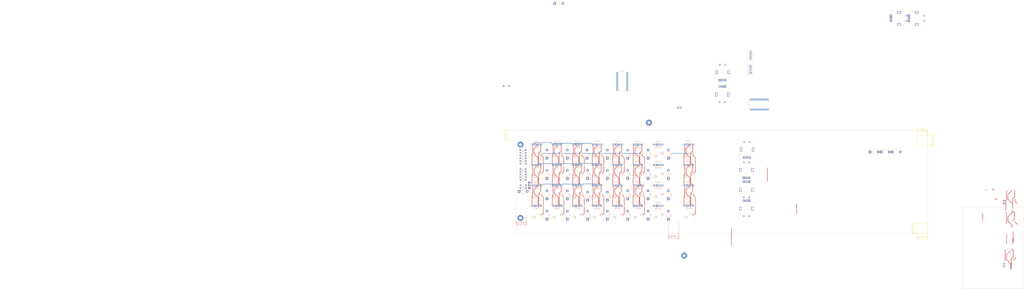
<source format=kicad_pcb>
(kicad_pcb (version 20171130) (host pcbnew 5.0.1+dfsg1-3)
  (layers (0 F.Cu signal) (31 B.Cu signal) (34 B.Paste user) (35 F.Paste user) (36 B.SilkS user) (37 F.SilkS user) (38 B.Mask user) (39 F.Mask user) (44 Edge.Cuts user))
  (net 0 "")
  (net 1 /T_GND)
  (net 2 /T_5V)
  (net 3 /T_SDA)
  (net 4 /T_SCL)
  (net 5 "Net-(D2-Pad1)")
  (net 6 /T_3V3)
  (net 7 "Net-(IO1-Pad24)")
  (net 8 "Net-(IO1-Pad23)")
  (net 9 "Net-(IO1-Pad22)")
  (net 10 "Net-(IO1-Pad21)")
  (net 11 "Net-(IO1-Pad8)")
  (net 12 "Net-(IO1-Pad7)")
  (net 13 "Net-(IO1-Pad6)")
  (net 14 "Net-(IO1-Pad5)")
  (net 15 "Net-(IO1-Pad4)")
  (net 16 "Net-(IO1-Pad3)")
  (net 17 "Net-(IO1-Pad2)")
  (net 18 "Net-(IO1-Pad1)")
  (net 19 "Net-(D1-Pad1)")
  (net 20 /KS2)
  (net 21 "Net-(D3-Pad1)")
  (net 22 "Net-(D4-Pad1)")
  (net 23 "Net-(HT1-Pad6)")
  (net 24 "Net-(HT1-Pad7)")
  (net 25 "Net-(JP1-Pad1)")
  (net 26 "Net-(JP2-Pad1)")
  (net 27 "Net-(JP3-Pad1)")
  (net 28 "Net-(R5-Pad2)")
  (net 29 "Net-(D5-Pad1)")
  (net 30 "Net-(D6-Pad1)")
  (net 31 "Net-(D7-Pad1)")
  (net 32 "Net-(D8-Pad1)")
  (net 33 "Net-(D9-Pad1)")
  (net 34 "Net-(D10-Pad1)")
  (net 35 "Net-(D11-Pad1)")
  (net 36 "Net-(D12-Pad1)")
  (net 37 "Net-(D13-Pad1)")
  (net 38 "Net-(D14-Pad1)")
  (net 39 "Net-(D15-Pad1)")
  (net 40 "Net-(D16-Pad1)")
  (net 41 "Net-(D17-Pad1)")
  (net 42 "Net-(D18-Pad1)")
  (net 43 "Net-(D19-Pad1)")
  (net 44 "Net-(D20-Pad1)")
  (net 45 "Net-(D21-Pad1)")
  (net 46 "Net-(D22-Pad1)")
  (net 47 "Net-(D23-Pad1)")
  (net 48 "Net-(D24-Pad1)")
  (net 49 "Net-(D25-Pad1)")
  (net 50 "Net-(D26-Pad1)")
  (net 51 "Net-(D27-Pad1)")
  (net 52 "Net-(D28-Pad1)")
  (net 53 "Net-(D29-Pad1)")
  (net 54 "Net-(D30-Pad1)")
  (net 55 "Net-(D31-Pad1)")
  (net 56 "Net-(D32-Pad1)")
  (net 57 "Net-(D33-Pad1)")
  (net 58 /KR9)
  (net 59 /KR10)
  (net 60 "Net-(IO1-Pad28)")
  (net 61 "Net-(IO1-Pad27)")
  (net 62 "Net-(IO1-Pad26)")
  (net 63 "Net-(IO1-Pad25)")
  (net 64 "Net-(D1-Pad2)")
  (net 65 "Net-(D11-Pad2)")
  (net 66 "Net-(D12-Pad2)")
  (net 67 "Net-(HT1-Pad12)")
  (net 68 "Net-(HT1-Pad13)")
  (net 69 "Net-(HT1-Pad14)")
  (net 70 "Net-(HT1-Pad15)")
  (net 71 "Net-(HT1-Pad16)")
  (net 72 "Net-(HT1-Pad17)")
  (net 73 "Net-(HT1-Pad18)")
  (net 74 "Net-(HT1-Pad19)")
  (net 75 "Net-(HT1-Pad20)")
  (net 76 "Net-(HT1-Pad21)")
  (net 77 "Net-(HT1-Pad22)")
  (net 78 "Net-(HT1-Pad23)")
  (net 79 "Net-(HT1-Pad24)")
  (net 80 "Net-(HT1-Pad25)")
  (net 81 "Net-(R4-Pad2)")
  (net 82 "Net-(R6-Pad2)")
  (net 83 "Net-(R7-Pad2)")
  (net 84 "Net-(R8-Pad2)")
  (net 85 "Net-(R9-Pad2)")
  (net 86 "Net-(R10-Pad2)")
  (net 87 "Net-(R11-Pad2)")
  (net 88 "Net-(R12-Pad2)")
  (net 89 "Net-(R13-Pad2)")
  (net 90 "Net-(D19-Pad2)")
  (net 91 "Net-(R14-Pad2)")
  (module chordboard-footprints:LED_D3.0mm-4 (layer F.Cu) (at 582.295 99.187)
    (fp_text reference KLED12 (at 2.54 -2.96) (layer B.SilkS) (effects (justify mirror)))
    (fp_text value LED_ARGB)
    (pad 4 thru_hole circle (at 3.81 0) (size 1.8 1.8) (drill 0.9) (layers *.Cu *.Mask) (net 90 "Net-(D19-Pad2)"))
    (pad 2 thru_hole circle (at -1.27 0) (size 1.8 1.8) (drill 0.9) (layers *.Cu *.Mask) (net 65 "Net-(D11-Pad2)"))
    (pad 1 thru_hole rect (at 1.27 0) (size 1.8 1.8) (drill 0.9) (layers *.Cu *.Mask) (net 69 "Net-(HT1-Pad14)"))
    (pad 3 thru_hole circle (at 6.35 0) (size 1.8 1.8) (drill 0.9) (layers *.Cu *.Mask) (net 66 "Net-(D12-Pad2)"))
  )
  (module chordboard-footprints:LED_D3.0mm-4 (layer F.Cu) (at 563.245 60.96)
    (fp_text reference KLED6 (at 2.54 -2.96) (layer B.SilkS) (effects (justify mirror)))
    (fp_text value LED_ARGB)
    (pad 4 thru_hole circle (at 3.81 0) (size 1.8 1.8) (drill 0.9) (layers *.Cu *.Mask) (net 90 "Net-(D19-Pad2)"))
    (pad 2 thru_hole circle (at -1.27 0) (size 1.8 1.8) (drill 0.9) (layers *.Cu *.Mask) (net 65 "Net-(D11-Pad2)"))
    (pad 1 thru_hole rect (at 1.27 0) (size 1.8 1.8) (drill 0.9) (layers *.Cu *.Mask) (net 75 "Net-(HT1-Pad20)"))
    (pad 3 thru_hole circle (at 6.35 0) (size 1.8 1.8) (drill 0.9) (layers *.Cu *.Mask) (net 66 "Net-(D12-Pad2)"))
  )
  (module chordboard-footprints:CHERRY_PCB_100H (layer F.Cu) (at 603.377 47.625 180)
    (fp_text reference SW13 (at 0 3.175 180) (layer B.SilkS) (effects (font (size 1.27 1.524) (thickness 0.2032)) (justify mirror)))
    (fp_text value SW_Push hide)
    (pad HOLE np_thru_hole circle (at 5.08 0 180) (size 1.7018 1.7018) (drill 1.7018) (layers *.Cu))
    (pad HOLE np_thru_hole circle (at -5.08 0 180) (size 1.7018 1.7018) (drill 1.7018) (layers *.Cu))
    (pad HOLE np_thru_hole circle (at 0 0 180) (size 3.9878 3.9878) (drill 3.9878) (layers *.Cu))
    (pad 2 thru_hole circle (at -3.81 -2.54 180) (size 2.286 2.286) (drill 1.4986) (layers *.Cu *.SilkS *.Mask) (net 84 "Net-(R8-Pad2)"))
    (pad 1 thru_hole circle (at 2.54 -5.08 180) (size 2.286 2.286) (drill 1.4986) (layers *.Cu *.SilkS *.Mask) (net 37 "Net-(D13-Pad1)"))
  )
  (module chordboard-footprints:CHERRY_PCB_100H (layer F.Cu) (at 565.785 66.675 180)
    (fp_text reference SW6 (at 0 3.175 180) (layer B.SilkS) (effects (font (size 1.27 1.524) (thickness 0.2032)) (justify mirror)))
    (fp_text value SW_Push hide)
    (pad 1 thru_hole circle (at 2.54 -5.08 180) (size 2.286 2.286) (drill 1.4986) (layers *.Cu *.SilkS *.Mask) (net 30 "Net-(D6-Pad1)"))
    (pad 2 thru_hole circle (at -3.81 -2.54 180) (size 2.286 2.286) (drill 1.4986) (layers *.Cu *.SilkS *.Mask) (net 28 "Net-(R5-Pad2)"))
    (pad HOLE np_thru_hole circle (at 0 0 180) (size 3.9878 3.9878) (drill 3.9878) (layers *.Cu))
    (pad HOLE np_thru_hole circle (at -5.08 0 180) (size 1.7018 1.7018) (drill 1.7018) (layers *.Cu))
    (pad HOLE np_thru_hole circle (at 5.08 0 180) (size 1.7018 1.7018) (drill 1.7018) (layers *.Cu))
  )
  (module chordboard-footprints:LED_D3.0mm-4 (layer F.Cu) (at 582.295 60.96)
    (fp_text reference KLED10 (at 2.54 -2.96) (layer B.SilkS) (effects (justify mirror)))
    (fp_text value LED_ARGB)
    (pad 3 thru_hole circle (at 6.35 0) (size 1.8 1.8) (drill 0.9) (layers *.Cu *.Mask) (net 66 "Net-(D12-Pad2)"))
    (pad 1 thru_hole rect (at 1.27 0) (size 1.8 1.8) (drill 0.9) (layers *.Cu *.Mask) (net 71 "Net-(HT1-Pad16)"))
    (pad 2 thru_hole circle (at -1.27 0) (size 1.8 1.8) (drill 0.9) (layers *.Cu *.Mask) (net 65 "Net-(D11-Pad2)"))
    (pad 4 thru_hole circle (at 3.81 0) (size 1.8 1.8) (drill 0.9) (layers *.Cu *.Mask) (net 90 "Net-(D19-Pad2)"))
  )
  (module chordboard-footprints:CHERRY_PCB_100H (layer F.Cu) (at 660.527 47.625 180)
    (fp_text reference SW25 (at 0 3.175 180) (layer B.SilkS) (effects (font (size 1.27 1.524) (thickness 0.2032)) (justify mirror)))
    (fp_text value SW_Push hide)
    (pad 1 thru_hole circle (at 2.54 -5.08 180) (size 2.286 2.286) (drill 1.4986) (layers *.Cu *.SilkS *.Mask) (net 50 "Net-(D26-Pad1)"))
    (pad 2 thru_hole circle (at -3.81 -2.54 180) (size 2.286 2.286) (drill 1.4986) (layers *.Cu *.SilkS *.Mask) (net 88 "Net-(R12-Pad2)"))
    (pad HOLE np_thru_hole circle (at 0 0 180) (size 3.9878 3.9878) (drill 3.9878) (layers *.Cu))
    (pad HOLE np_thru_hole circle (at -5.08 0 180) (size 1.7018 1.7018) (drill 1.7018) (layers *.Cu))
    (pad HOLE np_thru_hole circle (at 5.08 0 180) (size 1.7018 1.7018) (drill 1.7018) (layers *.Cu))
  )
  (module chordboard-footprints:LED_D3.0mm-4 (layer F.Cu) (at 657.987 99.187)
    (fp_text reference KLED28 (at 2.54 -2.96) (layer B.SilkS) (effects (justify mirror)))
    (fp_text value LED_ARGB)
    (pad 4 thru_hole circle (at 3.81 0) (size 1.8 1.8) (drill 0.9) (layers *.Cu *.Mask) (net 64 "Net-(D1-Pad2)"))
    (pad 2 thru_hole circle (at -1.27 0) (size 1.8 1.8) (drill 0.9) (layers *.Cu *.Mask) (net 24 "Net-(HT1-Pad7)"))
    (pad 1 thru_hole rect (at 1.27 0) (size 1.8 1.8) (drill 0.9) (layers *.Cu *.Mask) (net 69 "Net-(HT1-Pad14)"))
    (pad 3 thru_hole circle (at 6.35 0) (size 1.8 1.8) (drill 0.9) (layers *.Cu *.Mask) (net 23 "Net-(HT1-Pad6)"))
  )
  (module chordboard-footprints:CHERRY_PCB_100H (layer F.Cu) (at 641.477 104.902 180)
    (fp_text reference SW24 (at 0 3.175 180) (layer B.SilkS) (effects (font (size 1.27 1.524) (thickness 0.2032)) (justify mirror)))
    (fp_text value SW_Push hide)
    (pad 1 thru_hole circle (at 2.54 -5.08 180) (size 2.286 2.286) (drill 1.4986) (layers *.Cu *.SilkS *.Mask) (net 49 "Net-(D25-Pad1)"))
    (pad 2 thru_hole circle (at -3.81 -2.54 180) (size 2.286 2.286) (drill 1.4986) (layers *.Cu *.SilkS *.Mask) (net 87 "Net-(R11-Pad2)"))
    (pad HOLE np_thru_hole circle (at 0 0 180) (size 3.9878 3.9878) (drill 3.9878) (layers *.Cu))
    (pad HOLE np_thru_hole circle (at -5.08 0 180) (size 1.7018 1.7018) (drill 1.7018) (layers *.Cu))
    (pad HOLE np_thru_hole circle (at 5.08 0 180) (size 1.7018 1.7018) (drill 1.7018) (layers *.Cu))
  )
  (module chordboard-footprints:LED_D3.0mm-4 (layer F.Cu) (at 563.245 80.137)
    (fp_text reference KLED7 (at 2.54 -2.96) (layer B.SilkS) (effects (justify mirror)))
    (fp_text value LED_ARGB)
    (pad 4 thru_hole circle (at 3.81 0) (size 1.8 1.8) (drill 0.9) (layers *.Cu *.Mask) (net 90 "Net-(D19-Pad2)"))
    (pad 2 thru_hole circle (at -1.27 0) (size 1.8 1.8) (drill 0.9) (layers *.Cu *.Mask) (net 65 "Net-(D11-Pad2)"))
    (pad 1 thru_hole rect (at 1.27 0) (size 1.8 1.8) (drill 0.9) (layers *.Cu *.Mask) (net 74 "Net-(HT1-Pad19)"))
    (pad 3 thru_hole circle (at 6.35 0) (size 1.8 1.8) (drill 0.9) (layers *.Cu *.Mask) (net 66 "Net-(D12-Pad2)"))
  )
  (module chordboard-footprints:CHERRY_PCB_100H (layer F.Cu) (at 622.427 47.625 180)
    (fp_text reference SW17 (at 0 3.175 180) (layer B.SilkS) (effects (font (size 1.27 1.524) (thickness 0.2032)) (justify mirror)))
    (fp_text value SW_Push hide)
    (pad 1 thru_hole circle (at 2.54 -5.08 180) (size 2.286 2.286) (drill 1.4986) (layers *.Cu *.SilkS *.Mask) (net 41 "Net-(D17-Pad1)"))
    (pad 2 thru_hole circle (at -3.81 -2.54 180) (size 2.286 2.286) (drill 1.4986) (layers *.Cu *.SilkS *.Mask) (net 85 "Net-(R9-Pad2)"))
    (pad HOLE np_thru_hole circle (at 0 0 180) (size 3.9878 3.9878) (drill 3.9878) (layers *.Cu))
    (pad HOLE np_thru_hole circle (at -5.08 0 180) (size 1.7018 1.7018) (drill 1.7018) (layers *.Cu))
    (pad HOLE np_thru_hole circle (at 5.08 0 180) (size 1.7018 1.7018) (drill 1.7018) (layers *.Cu))
  )
  (module chordboard-footprints:CHERRY_PCB_100H (layer F.Cu) (at 584.835 47.625 180)
    (fp_text reference SW9 (at 0 3.175 180) (layer B.SilkS) (effects (font (size 1.27 1.524) (thickness 0.2032)) (justify mirror)))
    (fp_text value SW_Push hide)
    (pad HOLE np_thru_hole circle (at 5.08 0 180) (size 1.7018 1.7018) (drill 1.7018) (layers *.Cu))
    (pad HOLE np_thru_hole circle (at -5.08 0 180) (size 1.7018 1.7018) (drill 1.7018) (layers *.Cu))
    (pad HOLE np_thru_hole circle (at 0 0 180) (size 3.9878 3.9878) (drill 3.9878) (layers *.Cu))
    (pad 2 thru_hole circle (at -3.81 -2.54 180) (size 2.286 2.286) (drill 1.4986) (layers *.Cu *.SilkS *.Mask) (net 82 "Net-(R6-Pad2)"))
    (pad 1 thru_hole circle (at 2.54 -5.08 180) (size 2.286 2.286) (drill 1.4986) (layers *.Cu *.SilkS *.Mask) (net 33 "Net-(D9-Pad1)"))
  )
  (module chordboard-footprints:LED_D3.0mm-4 (layer F.Cu) (at 686.435 41.91)
    (fp_text reference KLED29 (at 2.54 -2.96) (layer B.SilkS) (effects (justify mirror)))
    (fp_text value LED_ARGB)
    (pad 3 thru_hole circle (at 6.35 0) (size 1.8 1.8) (drill 0.9) (layers *.Cu *.Mask) (net 23 "Net-(HT1-Pad6)"))
    (pad 1 thru_hole rect (at 1.27 0) (size 1.8 1.8) (drill 0.9) (layers *.Cu *.Mask) (net 68 "Net-(HT1-Pad13)"))
    (pad 2 thru_hole circle (at -1.27 0) (size 1.8 1.8) (drill 0.9) (layers *.Cu *.Mask) (net 24 "Net-(HT1-Pad7)"))
    (pad 4 thru_hole circle (at 3.81 0) (size 1.8 1.8) (drill 0.9) (layers *.Cu *.Mask) (net 64 "Net-(D1-Pad2)"))
  )
  (module chordboard-footprints:LED_D3.0mm-4 (layer F.Cu) (at 686.435 60.96)
    (fp_text reference KLED30 (at 2.54 -2.96) (layer B.SilkS) (effects (justify mirror)))
    (fp_text value LED_ARGB)
    (pad 3 thru_hole circle (at 6.35 0) (size 1.8 1.8) (drill 0.9) (layers *.Cu *.Mask) (net 23 "Net-(HT1-Pad6)"))
    (pad 1 thru_hole rect (at 1.27 0) (size 1.8 1.8) (drill 0.9) (layers *.Cu *.Mask) (net 67 "Net-(HT1-Pad12)"))
    (pad 2 thru_hole circle (at -1.27 0) (size 1.8 1.8) (drill 0.9) (layers *.Cu *.Mask) (net 24 "Net-(HT1-Pad7)"))
    (pad 4 thru_hole circle (at 3.81 0) (size 1.8 1.8) (drill 0.9) (layers *.Cu *.Mask) (net 64 "Net-(D1-Pad2)"))
  )
  (module chordboard-footprints:LED_D3.0mm-4 (layer F.Cu) (at 657.987 41.91)
    (fp_text reference KLED25 (at 2.54 -2.96) (layer B.SilkS) (effects (justify mirror)))
    (fp_text value LED_ARGB)
    (pad 4 thru_hole circle (at 3.81 0) (size 1.8 1.8) (drill 0.9) (layers *.Cu *.Mask) (net 64 "Net-(D1-Pad2)"))
    (pad 2 thru_hole circle (at -1.27 0) (size 1.8 1.8) (drill 0.9) (layers *.Cu *.Mask) (net 24 "Net-(HT1-Pad7)"))
    (pad 1 thru_hole rect (at 1.27 0) (size 1.8 1.8) (drill 0.9) (layers *.Cu *.Mask) (net 72 "Net-(HT1-Pad17)"))
    (pad 3 thru_hole circle (at 6.35 0) (size 1.8 1.8) (drill 0.9) (layers *.Cu *.Mask) (net 23 "Net-(HT1-Pad6)"))
  )
  (module chordboard-footprints:CHERRY_PCB_100H (layer F.Cu) (at 565.785 85.852 180)
    (fp_text reference SW7 (at 0 3.175 180) (layer B.SilkS) (effects (font (size 1.27 1.524) (thickness 0.2032)) (justify mirror)))
    (fp_text value SW_Push hide)
    (pad 1 thru_hole circle (at 2.54 -5.08 180) (size 2.286 2.286) (drill 1.4986) (layers *.Cu *.SilkS *.Mask) (net 31 "Net-(D7-Pad1)"))
    (pad 2 thru_hole circle (at -3.81 -2.54 180) (size 2.286 2.286) (drill 1.4986) (layers *.Cu *.SilkS *.Mask) (net 82 "Net-(R6-Pad2)"))
    (pad HOLE np_thru_hole circle (at 0 0 180) (size 3.9878 3.9878) (drill 3.9878) (layers *.Cu))
    (pad HOLE np_thru_hole circle (at -5.08 0 180) (size 1.7018 1.7018) (drill 1.7018) (layers *.Cu))
    (pad HOLE np_thru_hole circle (at 5.08 0 180) (size 1.7018 1.7018) (drill 1.7018) (layers *.Cu))
  )
  (module chordboard-footprints:LED_D3.0mm-4 (layer F.Cu) (at 582.295 41.91)
    (fp_text reference KLED9 (at 2.54 -2.96) (layer B.SilkS) (effects (justify mirror)))
    (fp_text value LED_ARGB)
    (pad 4 thru_hole circle (at 3.81 0) (size 1.8 1.8) (drill 0.9) (layers *.Cu *.Mask) (net 90 "Net-(D19-Pad2)"))
    (pad 2 thru_hole circle (at -1.27 0) (size 1.8 1.8) (drill 0.9) (layers *.Cu *.Mask) (net 65 "Net-(D11-Pad2)"))
    (pad 1 thru_hole rect (at 1.27 0) (size 1.8 1.8) (drill 0.9) (layers *.Cu *.Mask) (net 72 "Net-(HT1-Pad17)"))
    (pad 3 thru_hole circle (at 6.35 0) (size 1.8 1.8) (drill 0.9) (layers *.Cu *.Mask) (net 66 "Net-(D12-Pad2)"))
  )
  (module chordboard-footprints:CHERRY_PCB_100H (layer F.Cu) (at 660.527 66.675 180)
    (fp_text reference SW26 (at 0 3.175 180) (layer B.SilkS) (effects (font (size 1.27 1.524) (thickness 0.2032)) (justify mirror)))
    (fp_text value SW_Push hide)
    (pad 1 thru_hole circle (at 2.54 -5.08 180) (size 2.286 2.286) (drill 1.4986) (layers *.Cu *.SilkS *.Mask) (net 51 "Net-(D27-Pad1)"))
    (pad 2 thru_hole circle (at -3.81 -2.54 180) (size 2.286 2.286) (drill 1.4986) (layers *.Cu *.SilkS *.Mask) (net 88 "Net-(R12-Pad2)"))
    (pad HOLE np_thru_hole circle (at 0 0 180) (size 3.9878 3.9878) (drill 3.9878) (layers *.Cu))
    (pad HOLE np_thru_hole circle (at -5.08 0 180) (size 1.7018 1.7018) (drill 1.7018) (layers *.Cu))
    (pad HOLE np_thru_hole circle (at 5.08 0 180) (size 1.7018 1.7018) (drill 1.7018) (layers *.Cu))
  )
  (module chordboard-footprints:LED_D3.0mm-4 (layer F.Cu) (at 563.245 41.91)
    (fp_text reference KLED5 (at 2.54 -2.96) (layer B.SilkS) (effects (justify mirror)))
    (fp_text value LED_ARGB)
    (pad 3 thru_hole circle (at 6.35 0) (size 1.8 1.8) (drill 0.9) (layers *.Cu *.Mask) (net 66 "Net-(D12-Pad2)"))
    (pad 1 thru_hole rect (at 1.27 0) (size 1.8 1.8) (drill 0.9) (layers *.Cu *.Mask) (net 76 "Net-(HT1-Pad21)"))
    (pad 2 thru_hole circle (at -1.27 0) (size 1.8 1.8) (drill 0.9) (layers *.Cu *.Mask) (net 65 "Net-(D11-Pad2)"))
    (pad 4 thru_hole circle (at 3.81 0) (size 1.8 1.8) (drill 0.9) (layers *.Cu *.Mask) (net 90 "Net-(D19-Pad2)"))
  )
  (module chordboard-footprints:LED_D3.0mm-4 (layer F.Cu) (at 639.572 80.137)
    (fp_text reference KLED23 (at 2.54 -2.96) (layer B.SilkS) (effects (justify mirror)))
    (fp_text value LED_ARGB)
    (pad 3 thru_hole circle (at 6.35 0) (size 1.8 1.8) (drill 0.9) (layers *.Cu *.Mask) (net 23 "Net-(HT1-Pad6)"))
    (pad 1 thru_hole rect (at 1.27 0) (size 1.8 1.8) (drill 0.9) (layers *.Cu *.Mask) (net 74 "Net-(HT1-Pad19)"))
    (pad 2 thru_hole circle (at -1.27 0) (size 1.8 1.8) (drill 0.9) (layers *.Cu *.Mask) (net 24 "Net-(HT1-Pad7)"))
    (pad 4 thru_hole circle (at 3.81 0) (size 1.8 1.8) (drill 0.9) (layers *.Cu *.Mask) (net 64 "Net-(D1-Pad2)"))
  )
  (module chordboard-footprints:LED_D3.0mm-4 (layer F.Cu) (at 544.195 99.187)
    (fp_text reference KLED4 (at 2.54 -2.96) (layer B.SilkS) (effects (justify mirror)))
    (fp_text value LED_ARGB)
    (pad 3 thru_hole circle (at 6.35 0) (size 1.8 1.8) (drill 0.9) (layers *.Cu *.Mask) (net 66 "Net-(D12-Pad2)"))
    (pad 1 thru_hole rect (at 1.27 0) (size 1.8 1.8) (drill 0.9) (layers *.Cu *.Mask) (net 77 "Net-(HT1-Pad22)"))
    (pad 2 thru_hole circle (at -1.27 0) (size 1.8 1.8) (drill 0.9) (layers *.Cu *.Mask) (net 65 "Net-(D11-Pad2)"))
    (pad 4 thru_hole circle (at 3.81 0) (size 1.8 1.8) (drill 0.9) (layers *.Cu *.Mask) (net 90 "Net-(D19-Pad2)"))
  )
  (module chordboard-footprints:CHERRY_PCB_100H (layer F.Cu) (at 565.785 104.902 180)
    (fp_text reference SW8 (at 0 3.175 180) (layer B.SilkS) (effects (font (size 1.27 1.524) (thickness 0.2032)) (justify mirror)))
    (fp_text value SW_Push hide)
    (pad HOLE np_thru_hole circle (at 5.08 0 180) (size 1.7018 1.7018) (drill 1.7018) (layers *.Cu))
    (pad HOLE np_thru_hole circle (at -5.08 0 180) (size 1.7018 1.7018) (drill 1.7018) (layers *.Cu))
    (pad HOLE np_thru_hole circle (at 0 0 180) (size 3.9878 3.9878) (drill 3.9878) (layers *.Cu))
    (pad 2 thru_hole circle (at -3.81 -2.54 180) (size 2.286 2.286) (drill 1.4986) (layers *.Cu *.SilkS *.Mask) (net 82 "Net-(R6-Pad2)"))
    (pad 1 thru_hole circle (at 2.54 -5.08 180) (size 2.286 2.286) (drill 1.4986) (layers *.Cu *.SilkS *.Mask) (net 32 "Net-(D8-Pad1)"))
  )
  (module chordboard-footprints:CHERRY_PCB_100H (layer F.Cu) (at 641.477 85.852 180)
    (fp_text reference SW23 (at 0 3.175 180) (layer B.SilkS) (effects (font (size 1.27 1.524) (thickness 0.2032)) (justify mirror)))
    (fp_text value SW_Push hide)
    (pad HOLE np_thru_hole circle (at 5.08 0 180) (size 1.7018 1.7018) (drill 1.7018) (layers *.Cu))
    (pad HOLE np_thru_hole circle (at -5.08 0 180) (size 1.7018 1.7018) (drill 1.7018) (layers *.Cu))
    (pad HOLE np_thru_hole circle (at 0 0 180) (size 3.9878 3.9878) (drill 3.9878) (layers *.Cu))
    (pad 2 thru_hole circle (at -3.81 -2.54 180) (size 2.286 2.286) (drill 1.4986) (layers *.Cu *.SilkS *.Mask) (net 87 "Net-(R11-Pad2)"))
    (pad 1 thru_hole circle (at 2.54 -5.08 180) (size 2.286 2.286) (drill 1.4986) (layers *.Cu *.SilkS *.Mask) (net 48 "Net-(D24-Pad1)"))
  )
  (module chordboard-footprints:LED_D3.0mm-4 (layer F.Cu) (at 582.295 80.137)
    (fp_text reference KLED11 (at 2.54 -2.96) (layer B.SilkS) (effects (justify mirror)))
    (fp_text value LED_ARGB)
    (pad 3 thru_hole circle (at 6.35 0) (size 1.8 1.8) (drill 0.9) (layers *.Cu *.Mask) (net 66 "Net-(D12-Pad2)"))
    (pad 1 thru_hole rect (at 1.27 0) (size 1.8 1.8) (drill 0.9) (layers *.Cu *.Mask) (net 70 "Net-(HT1-Pad15)"))
    (pad 2 thru_hole circle (at -1.27 0) (size 1.8 1.8) (drill 0.9) (layers *.Cu *.Mask) (net 65 "Net-(D11-Pad2)"))
    (pad 4 thru_hole circle (at 3.81 0) (size 1.8 1.8) (drill 0.9) (layers *.Cu *.Mask) (net 90 "Net-(D19-Pad2)"))
  )
  (module chordboard-footprints:LED_D3.0mm-4 (layer F.Cu) (at 657.987 80.137)
    (fp_text reference KLED27 (at 2.54 -2.96) (layer B.SilkS) (effects (justify mirror)))
    (fp_text value LED_ARGB)
    (pad 3 thru_hole circle (at 6.35 0) (size 1.8 1.8) (drill 0.9) (layers *.Cu *.Mask) (net 23 "Net-(HT1-Pad6)"))
    (pad 1 thru_hole rect (at 1.27 0) (size 1.8 1.8) (drill 0.9) (layers *.Cu *.Mask) (net 70 "Net-(HT1-Pad15)"))
    (pad 2 thru_hole circle (at -1.27 0) (size 1.8 1.8) (drill 0.9) (layers *.Cu *.Mask) (net 24 "Net-(HT1-Pad7)"))
    (pad 4 thru_hole circle (at 3.81 0) (size 1.8 1.8) (drill 0.9) (layers *.Cu *.Mask) (net 64 "Net-(D1-Pad2)"))
  )
  (module chordboard-footprints:CHERRY_PCB_100H (layer F.Cu) (at 584.835 66.675 180)
    (fp_text reference SW10 (at 0 3.175 180) (layer B.SilkS) (effects (font (size 1.27 1.524) (thickness 0.2032)) (justify mirror)))
    (fp_text value SW_Push hide)
    (pad HOLE np_thru_hole circle (at 5.08 0 180) (size 1.7018 1.7018) (drill 1.7018) (layers *.Cu))
    (pad HOLE np_thru_hole circle (at -5.08 0 180) (size 1.7018 1.7018) (drill 1.7018) (layers *.Cu))
    (pad HOLE np_thru_hole circle (at 0 0 180) (size 3.9878 3.9878) (drill 3.9878) (layers *.Cu))
    (pad 2 thru_hole circle (at -3.81 -2.54 180) (size 2.286 2.286) (drill 1.4986) (layers *.Cu *.SilkS *.Mask))
    (pad 1 thru_hole circle (at 2.54 -5.08 180) (size 2.286 2.286) (drill 1.4986) (layers *.Cu *.SilkS *.Mask) (net 34 "Net-(D10-Pad1)"))
  )
  (module chordboard-footprints:LED_D3.0mm-4 (layer F.Cu) (at 619.887 80.137)
    (fp_text reference KLED19 (at 2.54 -2.96) (layer B.SilkS) (effects (justify mirror)))
    (fp_text value LED_ARGB)
    (pad 4 thru_hole circle (at 3.81 0) (size 1.8 1.8) (drill 0.9) (layers *.Cu *.Mask) (net 64 "Net-(D1-Pad2)"))
    (pad 2 thru_hole circle (at -1.27 0) (size 1.8 1.8) (drill 0.9) (layers *.Cu *.Mask) (net 24 "Net-(HT1-Pad7)"))
    (pad 1 thru_hole rect (at 1.27 0) (size 1.8 1.8) (drill 0.9) (layers *.Cu *.Mask) (net 78 "Net-(HT1-Pad23)"))
    (pad 3 thru_hole circle (at 6.35 0) (size 1.8 1.8) (drill 0.9) (layers *.Cu *.Mask) (net 23 "Net-(HT1-Pad6)"))
  )
  (module chordboard-footprints:LED_D3.0mm-4 (layer F.Cu) (at 619.887 99.187)
    (fp_text reference KLED20 (at 2.54 -2.96) (layer B.SilkS) (effects (justify mirror)))
    (fp_text value LED_ARGB)
    (pad 3 thru_hole circle (at 6.35 0) (size 1.8 1.8) (drill 0.9) (layers *.Cu *.Mask) (net 23 "Net-(HT1-Pad6)"))
    (pad 1 thru_hole rect (at 1.27 0) (size 1.8 1.8) (drill 0.9) (layers *.Cu *.Mask) (net 77 "Net-(HT1-Pad22)"))
    (pad 2 thru_hole circle (at -1.27 0) (size 1.8 1.8) (drill 0.9) (layers *.Cu *.Mask) (net 24 "Net-(HT1-Pad7)"))
    (pad 4 thru_hole circle (at 3.81 0) (size 1.8 1.8) (drill 0.9) (layers *.Cu *.Mask) (net 64 "Net-(D1-Pad2)"))
  )
  (module chordboard-footprints:CHERRY_PCB_100H (layer F.Cu) (at 584.835 85.852 180)
    (fp_text reference SW11 (at 0 3.175 180) (layer B.SilkS) (effects (font (size 1.27 1.524) (thickness 0.2032)) (justify mirror)))
    (fp_text value SW_Push hide)
    (pad HOLE np_thru_hole circle (at 5.08 0 180) (size 1.7018 1.7018) (drill 1.7018) (layers *.Cu))
    (pad HOLE np_thru_hole circle (at -5.08 0 180) (size 1.7018 1.7018) (drill 1.7018) (layers *.Cu))
    (pad HOLE np_thru_hole circle (at 0 0 180) (size 3.9878 3.9878) (drill 3.9878) (layers *.Cu))
    (pad 2 thru_hole circle (at -3.81 -2.54 180) (size 2.286 2.286) (drill 1.4986) (layers *.Cu *.SilkS *.Mask))
    (pad 1 thru_hole circle (at 2.54 -5.08 180) (size 2.286 2.286) (drill 1.4986) (layers *.Cu *.SilkS *.Mask) (net 35 "Net-(D11-Pad1)"))
  )
  (module chordboard-footprints:LED_D3.0mm-4 (layer F.Cu) (at 563.88 99.187)
    (fp_text reference KLED8 (at 2.54 -2.96) (layer B.SilkS) (effects (justify mirror)))
    (fp_text value LED_ARGB)
    (pad 3 thru_hole circle (at 6.35 0) (size 1.8 1.8) (drill 0.9) (layers *.Cu *.Mask) (net 66 "Net-(D12-Pad2)"))
    (pad 1 thru_hole rect (at 1.27 0) (size 1.8 1.8) (drill 0.9) (layers *.Cu *.Mask) (net 73 "Net-(HT1-Pad18)"))
    (pad 2 thru_hole circle (at -1.27 0) (size 1.8 1.8) (drill 0.9) (layers *.Cu *.Mask) (net 65 "Net-(D11-Pad2)"))
    (pad 4 thru_hole circle (at 3.81 0) (size 1.8 1.8) (drill 0.9) (layers *.Cu *.Mask) (net 90 "Net-(D19-Pad2)"))
  )
  (module chordboard-footprints:LED_D3.0mm-4 (layer F.Cu) (at 638.937 41.91)
    (fp_text reference KLED21 (at 2.54 -2.96) (layer B.SilkS) (effects (justify mirror)))
    (fp_text value LED_ARGB)
    (pad 4 thru_hole circle (at 3.81 0) (size 1.8 1.8) (drill 0.9) (layers *.Cu *.Mask) (net 64 "Net-(D1-Pad2)"))
    (pad 2 thru_hole circle (at -1.27 0) (size 1.8 1.8) (drill 0.9) (layers *.Cu *.Mask) (net 24 "Net-(HT1-Pad7)"))
    (pad 1 thru_hole rect (at 1.27 0) (size 1.8 1.8) (drill 0.9) (layers *.Cu *.Mask) (net 76 "Net-(HT1-Pad21)"))
    (pad 3 thru_hole circle (at 6.35 0) (size 1.8 1.8) (drill 0.9) (layers *.Cu *.Mask) (net 23 "Net-(HT1-Pad6)"))
  )
  (module chordboard-footprints:LED_D3.0mm-4 (layer F.Cu) (at 638.937 60.96)
    (fp_text reference KLED22 (at 2.54 -2.96) (layer B.SilkS) (effects (justify mirror)))
    (fp_text value LED_ARGB)
    (pad 3 thru_hole circle (at 6.35 0) (size 1.8 1.8) (drill 0.9) (layers *.Cu *.Mask) (net 23 "Net-(HT1-Pad6)"))
    (pad 1 thru_hole rect (at 1.27 0) (size 1.8 1.8) (drill 0.9) (layers *.Cu *.Mask) (net 75 "Net-(HT1-Pad20)"))
    (pad 2 thru_hole circle (at -1.27 0) (size 1.8 1.8) (drill 0.9) (layers *.Cu *.Mask) (net 24 "Net-(HT1-Pad7)"))
    (pad 4 thru_hole circle (at 3.81 0) (size 1.8 1.8) (drill 0.9) (layers *.Cu *.Mask) (net 64 "Net-(D1-Pad2)"))
  )
  (module chordboard-footprints:LED_D3.0mm-4 (layer F.Cu) (at 657.987 60.96)
    (fp_text reference KLED26 (at 2.54 -2.96) (layer B.SilkS) (effects (justify mirror)))
    (fp_text value LED_ARGB)
    (pad 3 thru_hole circle (at 6.35 0) (size 1.8 1.8) (drill 0.9) (layers *.Cu *.Mask) (net 23 "Net-(HT1-Pad6)"))
    (pad 1 thru_hole rect (at 1.27 0) (size 1.8 1.8) (drill 0.9) (layers *.Cu *.Mask) (net 71 "Net-(HT1-Pad16)"))
    (pad 2 thru_hole circle (at -1.27 0) (size 1.8 1.8) (drill 0.9) (layers *.Cu *.Mask) (net 24 "Net-(HT1-Pad7)"))
    (pad 4 thru_hole circle (at 3.81 0) (size 1.8 1.8) (drill 0.9) (layers *.Cu *.Mask) (net 64 "Net-(D1-Pad2)"))
  )
  (module chordboard-footprints:CHERRY_PCB_100H (layer F.Cu) (at 622.427 66.675 180)
    (fp_text reference SW18 (at 0 3.175 180) (layer B.SilkS) (effects (font (size 1.27 1.524) (thickness 0.2032)) (justify mirror)))
    (fp_text value SW_Push hide)
    (pad HOLE np_thru_hole circle (at 5.08 0 180) (size 1.7018 1.7018) (drill 1.7018) (layers *.Cu))
    (pad HOLE np_thru_hole circle (at -5.08 0 180) (size 1.7018 1.7018) (drill 1.7018) (layers *.Cu))
    (pad HOLE np_thru_hole circle (at 0 0 180) (size 3.9878 3.9878) (drill 3.9878) (layers *.Cu))
    (pad 2 thru_hole circle (at -3.81 -2.54 180) (size 2.286 2.286) (drill 1.4986) (layers *.Cu *.SilkS *.Mask) (net 85 "Net-(R9-Pad2)"))
    (pad 1 thru_hole circle (at 2.54 -5.08 180) (size 2.286 2.286) (drill 1.4986) (layers *.Cu *.SilkS *.Mask) (net 42 "Net-(D18-Pad1)"))
  )
  (module chordboard-footprints:CHERRY_PCB_100H (layer F.Cu) (at 584.835 104.902 180)
    (fp_text reference SW12 (at 0 3.175 180) (layer B.SilkS) (effects (font (size 1.27 1.524) (thickness 0.2032)) (justify mirror)))
    (fp_text value SW_Push hide)
    (pad 1 thru_hole circle (at 2.54 -5.08 180) (size 2.286 2.286) (drill 1.4986) (layers *.Cu *.SilkS *.Mask) (net 36 "Net-(D12-Pad1)"))
    (pad 2 thru_hole circle (at -3.81 -2.54 180) (size 2.286 2.286) (drill 1.4986) (layers *.Cu *.SilkS *.Mask) (net 83 "Net-(R7-Pad2)"))
    (pad HOLE np_thru_hole circle (at 0 0 180) (size 3.9878 3.9878) (drill 3.9878) (layers *.Cu))
    (pad HOLE np_thru_hole circle (at -5.08 0 180) (size 1.7018 1.7018) (drill 1.7018) (layers *.Cu))
    (pad HOLE np_thru_hole circle (at 5.08 0 180) (size 1.7018 1.7018) (drill 1.7018) (layers *.Cu))
  )
  (module chordboard-footprints:LED_D3.0mm-4 (layer F.Cu) (at 619.887 60.96)
    (fp_text reference KLED18 (at 2.54 -2.96) (layer B.SilkS) (effects (justify mirror)))
    (fp_text value LED_ARGB)
    (pad 4 thru_hole circle (at 3.81 0) (size 1.8 1.8) (drill 0.9) (layers *.Cu *.Mask) (net 64 "Net-(D1-Pad2)"))
    (pad 2 thru_hole circle (at -1.27 0) (size 1.8 1.8) (drill 0.9) (layers *.Cu *.Mask) (net 24 "Net-(HT1-Pad7)"))
    (pad 1 thru_hole rect (at 1.27 0) (size 1.8 1.8) (drill 0.9) (layers *.Cu *.Mask) (net 79 "Net-(HT1-Pad24)"))
    (pad 3 thru_hole circle (at 6.35 0) (size 1.8 1.8) (drill 0.9) (layers *.Cu *.Mask) (net 23 "Net-(HT1-Pad6)"))
  )
  (module chordboard-footprints:LED_D3.0mm-4 (layer F.Cu) (at 544.195 80.137)
    (fp_text reference KLED3 (at 2.54 -2.96) (layer B.SilkS) (effects (justify mirror)))
    (fp_text value LED_ARGB)
    (pad 4 thru_hole circle (at 3.81 0) (size 1.8 1.8) (drill 0.9) (layers *.Cu *.Mask) (net 90 "Net-(D19-Pad2)"))
    (pad 2 thru_hole circle (at -1.27 0) (size 1.8 1.8) (drill 0.9) (layers *.Cu *.Mask) (net 65 "Net-(D11-Pad2)"))
    (pad 1 thru_hole rect (at 1.27 0) (size 1.8 1.8) (drill 0.9) (layers *.Cu *.Mask) (net 78 "Net-(HT1-Pad23)"))
    (pad 3 thru_hole circle (at 6.35 0) (size 1.8 1.8) (drill 0.9) (layers *.Cu *.Mask) (net 66 "Net-(D12-Pad2)"))
  )
  (module chordboard-footprints:CHERRY_PCB_100H (layer F.Cu) (at 546.735 85.852 180)
    (fp_text reference SW3 (at 0 3.175 180) (layer B.SilkS) (effects (font (size 1.27 1.524) (thickness 0.2032)) (justify mirror)))
    (fp_text value SW_Push hide)
    (pad 1 thru_hole circle (at 2.54 -5.08 180) (size 2.286 2.286) (drill 1.4986) (layers *.Cu *.SilkS *.Mask) (net 21 "Net-(D3-Pad1)"))
    (pad 2 thru_hole circle (at -3.81 -2.54 180) (size 2.286 2.286) (drill 1.4986) (layers *.Cu *.SilkS *.Mask) (net 81 "Net-(R4-Pad2)"))
    (pad HOLE np_thru_hole circle (at 0 0 180) (size 3.9878 3.9878) (drill 3.9878) (layers *.Cu))
    (pad HOLE np_thru_hole circle (at -5.08 0 180) (size 1.7018 1.7018) (drill 1.7018) (layers *.Cu))
    (pad HOLE np_thru_hole circle (at 5.08 0 180) (size 1.7018 1.7018) (drill 1.7018) (layers *.Cu))
  )
  (module chordboard-footprints:CHERRY_PCB_100H (layer F.Cu) (at 603.377 85.852 180)
    (fp_text reference SW15 (at 0 3.175 180) (layer B.SilkS) (effects (font (size 1.27 1.524) (thickness 0.2032)) (justify mirror)))
    (fp_text value SW_Push hide)
    (pad HOLE np_thru_hole circle (at 5.08 0 180) (size 1.7018 1.7018) (drill 1.7018) (layers *.Cu))
    (pad HOLE np_thru_hole circle (at -5.08 0 180) (size 1.7018 1.7018) (drill 1.7018) (layers *.Cu))
    (pad HOLE np_thru_hole circle (at 0 0 180) (size 3.9878 3.9878) (drill 3.9878) (layers *.Cu))
    (pad 2 thru_hole circle (at -3.81 -2.54 180) (size 2.286 2.286) (drill 1.4986) (layers *.Cu *.SilkS *.Mask) (net 84 "Net-(R8-Pad2)"))
    (pad 1 thru_hole circle (at 2.54 -5.08 180) (size 2.286 2.286) (drill 1.4986) (layers *.Cu *.SilkS *.Mask) (net 39 "Net-(D15-Pad1)"))
  )
  (module chordboard-footprints:LED_D3.0mm-4 (layer F.Cu) (at 600.837 60.833)
    (fp_text reference KLED14 (at 2.54 -2.96) (layer B.SilkS) (effects (justify mirror)))
    (fp_text value LED_ARGB)
    (pad 3 thru_hole circle (at 6.35 0) (size 1.8 1.8) (drill 0.9) (layers *.Cu *.Mask) (net 66 "Net-(D12-Pad2)"))
    (pad 1 thru_hole rect (at 1.27 0) (size 1.8 1.8) (drill 0.9) (layers *.Cu *.Mask) (net 67 "Net-(HT1-Pad12)"))
    (pad 2 thru_hole circle (at -1.27 0) (size 1.8 1.8) (drill 0.9) (layers *.Cu *.Mask) (net 65 "Net-(D11-Pad2)"))
    (pad 4 thru_hole circle (at 3.81 0) (size 1.8 1.8) (drill 0.9) (layers *.Cu *.Mask) (net 90 "Net-(D19-Pad2)"))
  )
  (module chordboard-footprints:CHERRY_PCB_100H (layer F.Cu) (at 546.735 47.625 180)
    (fp_text reference SW1 (at 0 3.175 180) (layer B.SilkS) (effects (font (size 1.27 1.524) (thickness 0.2032)) (justify mirror)))
    (fp_text value SW_Push hide)
    (pad 1 thru_hole circle (at 2.54 -5.08 180) (size 2.286 2.286) (drill 1.4986) (layers *.Cu *.SilkS *.Mask) (net 19 "Net-(D1-Pad1)"))
    (pad 2 thru_hole circle (at -3.81 -2.54 180) (size 2.286 2.286) (drill 1.4986) (layers *.Cu *.SilkS *.Mask) (net 81 "Net-(R4-Pad2)"))
    (pad HOLE np_thru_hole circle (at 0 0 180) (size 3.9878 3.9878) (drill 3.9878) (layers *.Cu))
    (pad HOLE np_thru_hole circle (at -5.08 0 180) (size 1.7018 1.7018) (drill 1.7018) (layers *.Cu))
    (pad HOLE np_thru_hole circle (at 5.08 0 180) (size 1.7018 1.7018) (drill 1.7018) (layers *.Cu))
  )
  (module chordboard-footprints:CHERRY_PCB_100H (layer F.Cu) (at 641.477 66.675 180)
    (fp_text reference SW22 (at 0 3.175 180) (layer B.SilkS) (effects (font (size 1.27 1.524) (thickness 0.2032)) (justify mirror)))
    (fp_text value SW_Push hide)
    (pad HOLE np_thru_hole circle (at 5.08 0 180) (size 1.7018 1.7018) (drill 1.7018) (layers *.Cu))
    (pad HOLE np_thru_hole circle (at -5.08 0 180) (size 1.7018 1.7018) (drill 1.7018) (layers *.Cu))
    (pad HOLE np_thru_hole circle (at 0 0 180) (size 3.9878 3.9878) (drill 3.9878) (layers *.Cu))
    (pad 2 thru_hole circle (at -3.81 -2.54 180) (size 2.286 2.286) (drill 1.4986) (layers *.Cu *.SilkS *.Mask) (net 87 "Net-(R11-Pad2)"))
    (pad 1 thru_hole circle (at 2.54 -5.08 180) (size 2.286 2.286) (drill 1.4986) (layers *.Cu *.SilkS *.Mask) (net 47 "Net-(D23-Pad1)"))
  )
  (module chordboard-footprints:CHERRY_PCB_100H (layer F.Cu) (at 660.527 104.902 180)
    (fp_text reference SW28 (at 0 3.175 180) (layer B.SilkS) (effects (font (size 1.27 1.524) (thickness 0.2032)) (justify mirror)))
    (fp_text value SW_Push hide)
    (pad 1 thru_hole circle (at 2.54 -5.08 180) (size 2.286 2.286) (drill 1.4986) (layers *.Cu *.SilkS *.Mask) (net 53 "Net-(D29-Pad1)"))
    (pad 2 thru_hole circle (at -3.81 -2.54 180) (size 2.286 2.286) (drill 1.4986) (layers *.Cu *.SilkS *.Mask) (net 89 "Net-(R13-Pad2)"))
    (pad HOLE np_thru_hole circle (at 0 0 180) (size 3.9878 3.9878) (drill 3.9878) (layers *.Cu))
    (pad HOLE np_thru_hole circle (at -5.08 0 180) (size 1.7018 1.7018) (drill 1.7018) (layers *.Cu))
    (pad HOLE np_thru_hole circle (at 5.08 0 180) (size 1.7018 1.7018) (drill 1.7018) (layers *.Cu))
  )
  (module chordboard-footprints:LED_D3.0mm-4 (layer F.Cu) (at 544.195 60.96)
    (fp_text reference KLED2 (at 2.54 -2.96) (layer B.SilkS) (effects (justify mirror)))
    (fp_text value LED_ARGB)
    (pad 4 thru_hole circle (at 3.81 0) (size 1.8 1.8) (drill 0.9) (layers *.Cu *.Mask) (net 90 "Net-(D19-Pad2)"))
    (pad 2 thru_hole circle (at -1.27 0) (size 1.8 1.8) (drill 0.9) (layers *.Cu *.Mask) (net 65 "Net-(D11-Pad2)"))
    (pad 1 thru_hole rect (at 1.27 0) (size 1.8 1.8) (drill 0.9) (layers *.Cu *.Mask) (net 79 "Net-(HT1-Pad24)"))
    (pad 3 thru_hole circle (at 6.35 0) (size 1.8 1.8) (drill 0.9) (layers *.Cu *.Mask) (net 66 "Net-(D12-Pad2)"))
  )
  (module chordboard-footprints:CHERRY_PCB_100H (layer F.Cu) (at 622.427 85.852 180)
    (fp_text reference SW19 (at 0 3.175 180) (layer B.SilkS) (effects (font (size 1.27 1.524) (thickness 0.2032)) (justify mirror)))
    (fp_text value SW_Push hide)
    (pad 1 thru_hole circle (at 2.54 -5.08 180) (size 2.286 2.286) (drill 1.4986) (layers *.Cu *.SilkS *.Mask) (net 44 "Net-(D20-Pad1)"))
    (pad 2 thru_hole circle (at -3.81 -2.54 180) (size 2.286 2.286) (drill 1.4986) (layers *.Cu *.SilkS *.Mask) (net 86 "Net-(R10-Pad2)"))
    (pad HOLE np_thru_hole circle (at 0 0 180) (size 3.9878 3.9878) (drill 3.9878) (layers *.Cu))
    (pad HOLE np_thru_hole circle (at -5.08 0 180) (size 1.7018 1.7018) (drill 1.7018) (layers *.Cu))
    (pad HOLE np_thru_hole circle (at 5.08 0 180) (size 1.7018 1.7018) (drill 1.7018) (layers *.Cu))
  )
  (module chordboard-footprints:LED_D3.0mm-4 (layer F.Cu) (at 619.887 41.91)
    (fp_text reference KLED17 (at 2.54 -2.96) (layer B.SilkS) (effects (justify mirror)))
    (fp_text value LED_ARGB)
    (pad 3 thru_hole circle (at 6.35 0) (size 1.8 1.8) (drill 0.9) (layers *.Cu *.Mask) (net 23 "Net-(HT1-Pad6)"))
    (pad 1 thru_hole rect (at 1.27 0) (size 1.8 1.8) (drill 0.9) (layers *.Cu *.Mask) (net 80 "Net-(HT1-Pad25)"))
    (pad 2 thru_hole circle (at -1.27 0) (size 1.8 1.8) (drill 0.9) (layers *.Cu *.Mask) (net 24 "Net-(HT1-Pad7)"))
    (pad 4 thru_hole circle (at 3.81 0) (size 1.8 1.8) (drill 0.9) (layers *.Cu *.Mask) (net 64 "Net-(D1-Pad2)"))
  )
  (module chordboard-footprints:CHERRY_PCB_100H (layer F.Cu) (at 603.377 104.902 180)
    (fp_text reference SW16 (at 0 3.175 180) (layer B.SilkS) (effects (font (size 1.27 1.524) (thickness 0.2032)) (justify mirror)))
    (fp_text value SW_Push hide)
    (pad HOLE np_thru_hole circle (at 5.08 0 180) (size 1.7018 1.7018) (drill 1.7018) (layers *.Cu))
    (pad HOLE np_thru_hole circle (at -5.08 0 180) (size 1.7018 1.7018) (drill 1.7018) (layers *.Cu))
    (pad HOLE np_thru_hole circle (at 0 0 180) (size 3.9878 3.9878) (drill 3.9878) (layers *.Cu))
    (pad 2 thru_hole circle (at -3.81 -2.54 180) (size 2.286 2.286) (drill 1.4986) (layers *.Cu *.SilkS *.Mask))
    (pad 1 thru_hole circle (at 2.54 -5.08 180) (size 2.286 2.286) (drill 1.4986) (layers *.Cu *.SilkS *.Mask) (net 40 "Net-(D16-Pad1)"))
  )
  (module chordboard-footprints:CHERRY_PCB_100H (layer F.Cu) (at 546.735 104.902 180)
    (fp_text reference SW4 (at 0 3.175 180) (layer B.SilkS) (effects (font (size 1.27 1.524) (thickness 0.2032)) (justify mirror)))
    (fp_text value SW_Push hide)
    (pad HOLE np_thru_hole circle (at 5.08 0 180) (size 1.7018 1.7018) (drill 1.7018) (layers *.Cu))
    (pad HOLE np_thru_hole circle (at -5.08 0 180) (size 1.7018 1.7018) (drill 1.7018) (layers *.Cu))
    (pad HOLE np_thru_hole circle (at 0 0 180) (size 3.9878 3.9878) (drill 3.9878) (layers *.Cu))
    (pad 2 thru_hole circle (at -3.81 -2.54 180) (size 2.286 2.286) (drill 1.4986) (layers *.Cu *.SilkS *.Mask) (net 28 "Net-(R5-Pad2)"))
    (pad 1 thru_hole circle (at 2.54 -5.08 180) (size 2.286 2.286) (drill 1.4986) (layers *.Cu *.SilkS *.Mask) (net 22 "Net-(D4-Pad1)"))
  )
  (module chordboard-footprints:CHERRY_PCB_100H (layer F.Cu) (at 622.427 104.902 180)
    (fp_text reference SW20 (at 0 3.175 180) (layer B.SilkS) (effects (font (size 1.27 1.524) (thickness 0.2032)) (justify mirror)))
    (fp_text value SW_Push hide)
    (pad HOLE np_thru_hole circle (at 5.08 0 180) (size 1.7018 1.7018) (drill 1.7018) (layers *.Cu))
    (pad HOLE np_thru_hole circle (at -5.08 0 180) (size 1.7018 1.7018) (drill 1.7018) (layers *.Cu))
    (pad HOLE np_thru_hole circle (at 0 0 180) (size 3.9878 3.9878) (drill 3.9878) (layers *.Cu))
    (pad 2 thru_hole circle (at -3.81 -2.54 180) (size 2.286 2.286) (drill 1.4986) (layers *.Cu *.SilkS *.Mask) (net 86 "Net-(R10-Pad2)"))
    (pad 1 thru_hole circle (at 2.54 -5.08 180) (size 2.286 2.286) (drill 1.4986) (layers *.Cu *.SilkS *.Mask) (net 45 "Net-(D21-Pad1)"))
  )
  (module chordboard-footprints:LED_D3.0mm-4 (layer F.Cu) (at 600.837 41.91)
    (fp_text reference KLED13 (at 2.54 -2.96) (layer B.SilkS) (effects (justify mirror)))
    (fp_text value LED_ARGB)
    (pad 4 thru_hole circle (at 3.81 0) (size 1.8 1.8) (drill 0.9) (layers *.Cu *.Mask) (net 90 "Net-(D19-Pad2)"))
    (pad 2 thru_hole circle (at -1.27 0) (size 1.8 1.8) (drill 0.9) (layers *.Cu *.Mask) (net 65 "Net-(D11-Pad2)"))
    (pad 1 thru_hole rect (at 1.27 0) (size 1.8 1.8) (drill 0.9) (layers *.Cu *.Mask) (net 68 "Net-(HT1-Pad13)"))
    (pad 3 thru_hole circle (at 6.35 0) (size 1.8 1.8) (drill 0.9) (layers *.Cu *.Mask) (net 66 "Net-(D12-Pad2)"))
  )
  (module chordboard-footprints:CHERRY_PCB_100H (layer F.Cu) (at 603.377 66.675 180)
    (fp_text reference SW14 (at 0 3.175 180) (layer B.SilkS) (effects (font (size 1.27 1.524) (thickness 0.2032)) (justify mirror)))
    (fp_text value SW_Push hide)
    (pad HOLE np_thru_hole circle (at 5.08 0 180) (size 1.7018 1.7018) (drill 1.7018) (layers *.Cu))
    (pad HOLE np_thru_hole circle (at -5.08 0 180) (size 1.7018 1.7018) (drill 1.7018) (layers *.Cu))
    (pad HOLE np_thru_hole circle (at 0 0 180) (size 3.9878 3.9878) (drill 3.9878) (layers *.Cu))
    (pad 2 thru_hole circle (at -3.81 -2.54 180) (size 2.286 2.286) (drill 1.4986) (layers *.Cu *.SilkS *.Mask) (net 84 "Net-(R8-Pad2)"))
    (pad 1 thru_hole circle (at 2.54 -5.08 180) (size 2.286 2.286) (drill 1.4986) (layers *.Cu *.SilkS *.Mask) (net 38 "Net-(D14-Pad1)"))
  )
  (module chordboard-footprints:CHERRY_PCB_100H (layer F.Cu) (at 565.785 47.625 180)
    (fp_text reference SW5 (at 0 3.175 180) (layer B.SilkS) (effects (font (size 1.27 1.524) (thickness 0.2032)) (justify mirror)))
    (fp_text value SW_Push hide)
    (pad HOLE np_thru_hole circle (at 5.08 0 180) (size 1.7018 1.7018) (drill 1.7018) (layers *.Cu))
    (pad HOLE np_thru_hole circle (at -5.08 0 180) (size 1.7018 1.7018) (drill 1.7018) (layers *.Cu))
    (pad HOLE np_thru_hole circle (at 0 0 180) (size 3.9878 3.9878) (drill 3.9878) (layers *.Cu))
    (pad 2 thru_hole circle (at -3.81 -2.54 180) (size 2.286 2.286) (drill 1.4986) (layers *.Cu *.SilkS *.Mask) (net 28 "Net-(R5-Pad2)"))
    (pad 1 thru_hole circle (at 2.54 -5.08 180) (size 2.286 2.286) (drill 1.4986) (layers *.Cu *.SilkS *.Mask) (net 29 "Net-(D5-Pad1)"))
  )
  (module chordboard-footprints:LED_D3.0mm-4 (layer F.Cu) (at 638.937 99.187)
    (fp_text reference KLED24 (at 2.54 -2.96) (layer B.SilkS) (effects (justify mirror)))
    (fp_text value LED_ARGB)
    (pad 4 thru_hole circle (at 3.81 0) (size 1.8 1.8) (drill 0.9) (layers *.Cu *.Mask) (net 64 "Net-(D1-Pad2)"))
    (pad 2 thru_hole circle (at -1.27 0) (size 1.8 1.8) (drill 0.9) (layers *.Cu *.Mask) (net 24 "Net-(HT1-Pad7)"))
    (pad 1 thru_hole rect (at 1.27 0) (size 1.8 1.8) (drill 0.9) (layers *.Cu *.Mask) (net 73 "Net-(HT1-Pad18)"))
    (pad 3 thru_hole circle (at 6.35 0) (size 1.8 1.8) (drill 0.9) (layers *.Cu *.Mask) (net 23 "Net-(HT1-Pad6)"))
  )
  (module chordboard-footprints:LED_D3.0mm-4 (layer F.Cu) (at 544.195 41.91)
    (fp_text reference KLED1 (at 2.54 -2.96) (layer B.SilkS) (effects (justify mirror)))
    (fp_text value LED_ARGB)
    (pad 3 thru_hole circle (at 6.35 0) (size 1.8 1.8) (drill 0.9) (layers *.Cu *.Mask) (net 66 "Net-(D12-Pad2)"))
    (pad 1 thru_hole rect (at 1.27 0) (size 1.8 1.8) (drill 0.9) (layers *.Cu *.Mask) (net 80 "Net-(HT1-Pad25)"))
    (pad 2 thru_hole circle (at -1.27 0) (size 1.8 1.8) (drill 0.9) (layers *.Cu *.Mask) (net 65 "Net-(D11-Pad2)"))
    (pad 4 thru_hole circle (at 3.81 0) (size 1.8 1.8) (drill 0.9) (layers *.Cu *.Mask) (net 90 "Net-(D19-Pad2)"))
  )
  (module chordboard-footprints:CHERRY_PCB_100H (layer F.Cu) (at 641.477 47.625 180)
    (fp_text reference SW21 (at 0 3.175 180) (layer B.SilkS) (effects (font (size 1.27 1.524) (thickness 0.2032)) (justify mirror)))
    (fp_text value SW_Push hide)
    (pad HOLE np_thru_hole circle (at 5.08 0 180) (size 1.7018 1.7018) (drill 1.7018) (layers *.Cu))
    (pad HOLE np_thru_hole circle (at -5.08 0 180) (size 1.7018 1.7018) (drill 1.7018) (layers *.Cu))
    (pad HOLE np_thru_hole circle (at 0 0 180) (size 3.9878 3.9878) (drill 3.9878) (layers *.Cu))
    (pad 2 thru_hole circle (at -3.81 -2.54 180) (size 2.286 2.286) (drill 1.4986) (layers *.Cu *.SilkS *.Mask) (net 86 "Net-(R10-Pad2)"))
    (pad 1 thru_hole circle (at 2.54 -5.08 180) (size 2.286 2.286) (drill 1.4986) (layers *.Cu *.SilkS *.Mask) (net 46 "Net-(D22-Pad1)"))
  )
  (module chordboard-footprints:CHERRY_PCB_100H (layer F.Cu) (at 660.527 85.852 180)
    (fp_text reference SW27 (at 0 3.175 180) (layer B.SilkS) (effects (font (size 1.27 1.524) (thickness 0.2032)) (justify mirror)))
    (fp_text value SW_Push hide)
    (pad HOLE np_thru_hole circle (at 5.08 0 180) (size 1.7018 1.7018) (drill 1.7018) (layers *.Cu))
    (pad HOLE np_thru_hole circle (at -5.08 0 180) (size 1.7018 1.7018) (drill 1.7018) (layers *.Cu))
    (pad HOLE np_thru_hole circle (at 0 0 180) (size 3.9878 3.9878) (drill 3.9878) (layers *.Cu))
    (pad 2 thru_hole circle (at -3.81 -2.54 180) (size 2.286 2.286) (drill 1.4986) (layers *.Cu *.SilkS *.Mask) (net 88 "Net-(R12-Pad2)"))
    (pad 1 thru_hole circle (at 2.54 -5.08 180) (size 2.286 2.286) (drill 1.4986) (layers *.Cu *.SilkS *.Mask) (net 52 "Net-(D28-Pad1)"))
  )
  (module chordboard-footprints:CHERRY_PCB_100H (layer F.Cu) (at 546.735 66.675 180)
    (fp_text reference SW2 (at 0 3.175 180) (layer B.SilkS) (effects (font (size 1.27 1.524) (thickness 0.2032)) (justify mirror)))
    (fp_text value SW_Push hide)
    (pad 1 thru_hole circle (at 2.54 -5.08 180) (size 2.286 2.286) (drill 1.4986) (layers *.Cu *.SilkS *.Mask) (net 5 "Net-(D2-Pad1)"))
    (pad 2 thru_hole circle (at -3.81 -2.54 180) (size 2.286 2.286) (drill 1.4986) (layers *.Cu *.SilkS *.Mask) (net 81 "Net-(R4-Pad2)"))
    (pad HOLE np_thru_hole circle (at 0 0 180) (size 3.9878 3.9878) (drill 3.9878) (layers *.Cu))
    (pad HOLE np_thru_hole circle (at -5.08 0 180) (size 1.7018 1.7018) (drill 1.7018) (layers *.Cu))
    (pad HOLE np_thru_hole circle (at 5.08 0 180) (size 1.7018 1.7018) (drill 1.7018) (layers *.Cu))
  )
  (module Connector_JST:JST_PH_B4B-PH-K_1x04_P2.00mm_Vertical (layer B.Cu) (at 746.76 -38.735 90)
    (fp_text reference J2 (at 3 2.9 90) (layer B.SilkS) (effects (justify mirror)))
    (fp_text value T_I2C0)
    (pad 1 thru_hole roundrect (at 0 0 90) (size 1.2 1.75) (drill 0.75) (layers *.Cu *.Mask) (roundrect_rratio 0.208333))
    (pad 2 thru_hole oval (at 2 0 90) (size 1.2 1.75) (drill 0.75) (layers *.Cu *.Mask))
    (pad 3 thru_hole oval (at 4 0 90) (size 1.2 1.75) (drill 0.75) (layers *.Cu *.Mask) (net 2 /T_5V))
    (pad 4 thru_hole oval (at 6 0 90) (size 1.2 1.75) (drill 0.75) (layers *.Cu *.Mask) (net 1 /T_GND))
  )
  (module Connector_JST:JST_PH_B4B-PH-K_1x04_P2.00mm_Vertical (layer B.Cu) (at 746.76 -25.4 90)
    (fp_text reference J1 (at 3 2.9 90) (layer B.SilkS) (effects (justify mirror)))
    (fp_text value T_I2C0)
    (pad 1 thru_hole roundrect (at 0 0 90) (size 1.2 1.75) (drill 0.75) (layers *.Cu *.Mask) (roundrect_rratio 0.208333) (net 4 /T_SCL))
    (pad 2 thru_hole oval (at 2 0 90) (size 1.2 1.75) (drill 0.75) (layers *.Cu *.Mask) (net 3 /T_SDA))
    (pad 3 thru_hole oval (at 4 0 90) (size 1.2 1.75) (drill 0.75) (layers *.Cu *.Mask) (net 6 /T_3V3))
    (pad 4 thru_hole oval (at 6 0 90) (size 1.2 1.75) (drill 0.75) (layers *.Cu *.Mask) (net 1 /T_GND))
  )
  (module MountingHole:MountingHole_2.7mm_M2.5_Pad_Via (layer F.Cu) (at 531.495 110.49)
    (fp_text reference H1 (at 0 -3.7) (layer F.SilkS))
    (fp_text value MountingHole)
    (pad 1 thru_hole circle (at 1.431891 -1.431891) (size 0.8 0.8) (drill 0.5) (layers *.Cu *.Mask))
    (pad 1 thru_hole circle (at 0 -2.025) (size 0.8 0.8) (drill 0.5) (layers *.Cu *.Mask))
    (pad 1 thru_hole circle (at -1.431891 -1.431891) (size 0.8 0.8) (drill 0.5) (layers *.Cu *.Mask))
    (pad 1 thru_hole circle (at -2.025 0) (size 0.8 0.8) (drill 0.5) (layers *.Cu *.Mask))
    (pad 1 thru_hole circle (at -1.431891 1.431891) (size 0.8 0.8) (drill 0.5) (layers *.Cu *.Mask))
    (pad 1 thru_hole circle (at 0 2.025) (size 0.8 0.8) (drill 0.5) (layers *.Cu *.Mask))
    (pad 1 thru_hole circle (at 1.431891 1.431891) (size 0.8 0.8) (drill 0.5) (layers *.Cu *.Mask))
    (pad 1 thru_hole circle (at 2.025 0) (size 0.8 0.8) (drill 0.5) (layers *.Cu *.Mask))
    (pad 1 thru_hole circle (at 0 0) (size 5.4 5.4) (drill 2.7) (layers *.Cu *.Mask))
  )
  (module MountingHole:MountingHole_2.7mm_M2.5_Pad_Via (layer F.Cu) (at 684.784 145.796)
    (fp_text reference H2 (at 0 -3.7) (layer F.SilkS))
    (fp_text value MountingHole)
    (pad 1 thru_hole circle (at 0 0) (size 5.4 5.4) (drill 2.7) (layers *.Cu *.Mask))
    (pad 1 thru_hole circle (at 2.025 0) (size 0.8 0.8) (drill 0.5) (layers *.Cu *.Mask))
    (pad 1 thru_hole circle (at 1.431891 1.431891) (size 0.8 0.8) (drill 0.5) (layers *.Cu *.Mask))
    (pad 1 thru_hole circle (at 0 2.025) (size 0.8 0.8) (drill 0.5) (layers *.Cu *.Mask))
    (pad 1 thru_hole circle (at -1.431891 1.431891) (size 0.8 0.8) (drill 0.5) (layers *.Cu *.Mask))
    (pad 1 thru_hole circle (at -2.025 0) (size 0.8 0.8) (drill 0.5) (layers *.Cu *.Mask))
    (pad 1 thru_hole circle (at -1.431891 -1.431891) (size 0.8 0.8) (drill 0.5) (layers *.Cu *.Mask))
    (pad 1 thru_hole circle (at 0 -2.025) (size 0.8 0.8) (drill 0.5) (layers *.Cu *.Mask))
    (pad 1 thru_hole circle (at 1.431891 -1.431891) (size 0.8 0.8) (drill 0.5) (layers *.Cu *.Mask))
  )
  (module MountingHole:MountingHole_2.7mm_M2.5_Pad_Via (layer F.Cu) (at 531.495 41.91)
    (fp_text reference H3 (at 0 -3.7) (layer F.SilkS))
    (fp_text value MountingHole)
    (pad 1 thru_hole circle (at 1.431891 -1.431891) (size 0.8 0.8) (drill 0.5) (layers *.Cu *.Mask))
    (pad 1 thru_hole circle (at 0 -2.025) (size 0.8 0.8) (drill 0.5) (layers *.Cu *.Mask))
    (pad 1 thru_hole circle (at -1.431891 -1.431891) (size 0.8 0.8) (drill 0.5) (layers *.Cu *.Mask))
    (pad 1 thru_hole circle (at -2.025 0) (size 0.8 0.8) (drill 0.5) (layers *.Cu *.Mask))
    (pad 1 thru_hole circle (at -1.431891 1.431891) (size 0.8 0.8) (drill 0.5) (layers *.Cu *.Mask))
    (pad 1 thru_hole circle (at 0 2.025) (size 0.8 0.8) (drill 0.5) (layers *.Cu *.Mask))
    (pad 1 thru_hole circle (at 1.431891 1.431891) (size 0.8 0.8) (drill 0.5) (layers *.Cu *.Mask))
    (pad 1 thru_hole circle (at 2.025 0) (size 0.8 0.8) (drill 0.5) (layers *.Cu *.Mask))
    (pad 1 thru_hole circle (at 0 0) (size 5.4 5.4) (drill 2.7) (layers *.Cu *.Mask))
  )
  (module MountingHole:MountingHole_2.7mm_M2.5_Pad_Via (layer F.Cu) (at 651.764 21.336)
    (fp_text reference H4 (at 0 -3.7) (layer F.SilkS))
    (fp_text value MountingHole)
    (pad 1 thru_hole circle (at 0 0) (size 5.4 5.4) (drill 2.7) (layers *.Cu *.Mask))
    (pad 1 thru_hole circle (at 2.025 0) (size 0.8 0.8) (drill 0.5) (layers *.Cu *.Mask))
    (pad 1 thru_hole circle (at 1.431891 1.431891) (size 0.8 0.8) (drill 0.5) (layers *.Cu *.Mask))
    (pad 1 thru_hole circle (at 0 2.025) (size 0.8 0.8) (drill 0.5) (layers *.Cu *.Mask))
    (pad 1 thru_hole circle (at -1.431891 1.431891) (size 0.8 0.8) (drill 0.5) (layers *.Cu *.Mask))
    (pad 1 thru_hole circle (at -2.025 0) (size 0.8 0.8) (drill 0.5) (layers *.Cu *.Mask))
    (pad 1 thru_hole circle (at -1.431891 -1.431891) (size 0.8 0.8) (drill 0.5) (layers *.Cu *.Mask))
    (pad 1 thru_hole circle (at 0 -2.025) (size 0.8 0.8) (drill 0.5) (layers *.Cu *.Mask))
    (pad 1 thru_hole circle (at 1.431891 -1.431891) (size 0.8 0.8) (drill 0.5) (layers *.Cu *.Mask))
  )
  (module Package_SO:SOIC-28W_7.5x17.9mm_P1.27mm (layer B.Cu) (at 755.015 4.445 270)
    (fp_text reference IO1 (at 0 10.05 270) (layer B.SilkS) (effects (justify mirror)))
    (fp_text value MCP23017_SO)
    (pad 28 smd rect (at 4.7 8.255 270) (size 2 0.6) (layers B.Cu B.Paste B.Mask) (net 60 "Net-(IO1-Pad28)"))
    (pad 27 smd rect (at 4.7 6.985 270) (size 2 0.6) (layers B.Cu B.Paste B.Mask) (net 61 "Net-(IO1-Pad27)"))
    (pad 26 smd rect (at 4.7 5.715 270) (size 2 0.6) (layers B.Cu B.Paste B.Mask) (net 62 "Net-(IO1-Pad26)"))
    (pad 25 smd rect (at 4.7 4.445 270) (size 2 0.6) (layers B.Cu B.Paste B.Mask) (net 63 "Net-(IO1-Pad25)"))
    (pad 24 smd rect (at 4.7 3.175 270) (size 2 0.6) (layers B.Cu B.Paste B.Mask) (net 7 "Net-(IO1-Pad24)"))
    (pad 23 smd rect (at 4.7 1.905 270) (size 2 0.6) (layers B.Cu B.Paste B.Mask) (net 8 "Net-(IO1-Pad23)"))
    (pad 22 smd rect (at 4.7 0.635 270) (size 2 0.6) (layers B.Cu B.Paste B.Mask) (net 9 "Net-(IO1-Pad22)"))
    (pad 21 smd rect (at 4.7 -0.635 270) (size 2 0.6) (layers B.Cu B.Paste B.Mask) (net 10 "Net-(IO1-Pad21)"))
    (pad 20 smd rect (at 4.7 -1.905 270) (size 2 0.6) (layers B.Cu B.Paste B.Mask))
    (pad 19 smd rect (at 4.7 -3.175 270) (size 2 0.6) (layers B.Cu B.Paste B.Mask))
    (pad 18 smd rect (at 4.7 -4.445 270) (size 2 0.6) (layers B.Cu B.Paste B.Mask) (net 6 /T_3V3))
    (pad 17 smd rect (at 4.7 -5.715 270) (size 2 0.6) (layers B.Cu B.Paste B.Mask) (net 1 /T_GND))
    (pad 16 smd rect (at 4.7 -6.985 270) (size 2 0.6) (layers B.Cu B.Paste B.Mask) (net 1 /T_GND))
    (pad 15 smd rect (at 4.7 -8.255 270) (size 2 0.6) (layers B.Cu B.Paste B.Mask) (net 1 /T_GND))
    (pad 14 smd rect (at -4.7 -8.255 270) (size 2 0.6) (layers B.Cu B.Paste B.Mask))
    (pad 13 smd rect (at -4.7 -6.985 270) (size 2 0.6) (layers B.Cu B.Paste B.Mask) (net 3 /T_SDA))
    (pad 12 smd rect (at -4.7 -5.715 270) (size 2 0.6) (layers B.Cu B.Paste B.Mask) (net 4 /T_SCL))
    (pad 11 smd rect (at -4.7 -4.445 270) (size 2 0.6) (layers B.Cu B.Paste B.Mask))
    (pad 10 smd rect (at -4.7 -3.175 270) (size 2 0.6) (layers B.Cu B.Paste B.Mask) (net 1 /T_GND))
    (pad 9 smd rect (at -4.7 -1.905 270) (size 2 0.6) (layers B.Cu B.Paste B.Mask) (net 6 /T_3V3))
    (pad 8 smd rect (at -4.7 -0.635 270) (size 2 0.6) (layers B.Cu B.Paste B.Mask) (net 11 "Net-(IO1-Pad8)"))
    (pad 7 smd rect (at -4.7 0.635 270) (size 2 0.6) (layers B.Cu B.Paste B.Mask) (net 12 "Net-(IO1-Pad7)"))
    (pad 6 smd rect (at -4.7 1.905 270) (size 2 0.6) (layers B.Cu B.Paste B.Mask) (net 13 "Net-(IO1-Pad6)"))
    (pad 5 smd rect (at -4.7 3.175 270) (size 2 0.6) (layers B.Cu B.Paste B.Mask) (net 14 "Net-(IO1-Pad5)"))
    (pad 4 smd rect (at -4.7 4.445 270) (size 2 0.6) (layers B.Cu B.Paste B.Mask) (net 15 "Net-(IO1-Pad4)"))
    (pad 3 smd rect (at -4.7 5.715 270) (size 2 0.6) (layers B.Cu B.Paste B.Mask) (net 16 "Net-(IO1-Pad3)"))
    (pad 2 smd rect (at -4.7 6.985 270) (size 2 0.6) (layers B.Cu B.Paste B.Mask) (net 17 "Net-(IO1-Pad2)"))
    (pad 1 smd rect (at -4.7 8.255 270) (size 2 0.6) (layers B.Cu B.Paste B.Mask) (net 18 "Net-(IO1-Pad1)"))
  )
  (module Rotary_Encoder:RotaryEncoder_Alps_EC11E_Vertical_H20mm (layer F.Cu) (at 745.49 76.581 270)
    (fp_text reference RE1 (at 2.8 -4.7 270) (layer F.SilkS))
    (fp_text value Rotary_Encoder)
    (pad A thru_hole rect (at 0 0 270) (size 2 2) (drill 1) (layers *.Cu *.Mask) (net 18 "Net-(IO1-Pad1)"))
    (pad C thru_hole circle (at 0 2.5 270) (size 2 2) (drill 1) (layers *.Cu *.Mask) (net 1 /T_GND))
    (pad B thru_hole circle (at 0 5 270) (size 2 2) (drill 1) (layers *.Cu *.Mask) (net 17 "Net-(IO1-Pad2)"))
    (pad MP thru_hole rect (at 7.5 -3.1 270) (size 3.2 2) (drill oval 2.8 1.5) (layers *.Cu *.Mask))
    (pad MP thru_hole rect (at 7.5 8.1 270) (size 3.2 2) (drill oval 2.8 1.5) (layers *.Cu *.Mask))
    (pad "" thru_hole circle (at 14.5 0 270) (size 1.5 1.5) (drill 1) (layers *.Cu *.Mask))
    (pad "" thru_hole circle (at 14.5 5 270) (size 1.5 1.5) (drill 1) (layers *.Cu *.Mask))
  )
  (module Rotary_Encoder:RotaryEncoder_Alps_EC11E_Vertical_H20mm (layer F.Cu) (at 741.045 53.975 90)
    (fp_text reference RE2 (at 2.8 -4.7 90) (layer F.SilkS))
    (fp_text value Rotary_Encoder)
    (pad "" thru_hole circle (at 14.5 5 90) (size 1.5 1.5) (drill 1) (layers *.Cu *.Mask))
    (pad "" thru_hole circle (at 14.5 0 90) (size 1.5 1.5) (drill 1) (layers *.Cu *.Mask))
    (pad MP thru_hole rect (at 7.5 8.1 90) (size 3.2 2) (drill oval 2.8 1.5) (layers *.Cu *.Mask))
    (pad MP thru_hole rect (at 7.5 -3.1 90) (size 3.2 2) (drill oval 2.8 1.5) (layers *.Cu *.Mask))
    (pad B thru_hole circle (at 0 5 90) (size 2 2) (drill 1) (layers *.Cu *.Mask) (net 15 "Net-(IO1-Pad4)"))
    (pad C thru_hole circle (at 0 2.5 90) (size 2 2) (drill 1) (layers *.Cu *.Mask) (net 1 /T_GND))
    (pad A thru_hole rect (at 0 0 90) (size 2 2) (drill 1) (layers *.Cu *.Mask) (net 16 "Net-(IO1-Pad3)"))
  )
  (module Rotary_Encoder:RotaryEncoder_Alps_EC11E_Vertical_H20mm (layer F.Cu) (at 740.41 73.025 90)
    (fp_text reference RE3 (at 2.8 -4.7 90) (layer F.SilkS))
    (fp_text value Rotary_Encoder)
    (pad "" thru_hole circle (at 14.5 5 90) (size 1.5 1.5) (drill 1) (layers *.Cu *.Mask))
    (pad "" thru_hole circle (at 14.5 0 90) (size 1.5 1.5) (drill 1) (layers *.Cu *.Mask))
    (pad MP thru_hole rect (at 7.5 8.1 90) (size 3.2 2) (drill oval 2.8 1.5) (layers *.Cu *.Mask))
    (pad MP thru_hole rect (at 7.5 -3.1 90) (size 3.2 2) (drill oval 2.8 1.5) (layers *.Cu *.Mask))
    (pad B thru_hole circle (at 0 5 90) (size 2 2) (drill 1) (layers *.Cu *.Mask) (net 13 "Net-(IO1-Pad6)"))
    (pad C thru_hole circle (at 0 2.5 90) (size 2 2) (drill 1) (layers *.Cu *.Mask) (net 1 /T_GND))
    (pad A thru_hole rect (at 0 0 90) (size 2 2) (drill 1) (layers *.Cu *.Mask) (net 14 "Net-(IO1-Pad5)"))
  )
  (module Rotary_Encoder:RotaryEncoder_Alps_EC11E_Vertical_H20mm (layer F.Cu) (at 722.757 -12.446 270)
    (fp_text reference RE4 (at 2.8 -4.7 270) (layer F.SilkS))
    (fp_text value Rotary_Encoder)
    (pad A thru_hole rect (at 0 0 270) (size 2 2) (drill 1) (layers *.Cu *.Mask) (net 12 "Net-(IO1-Pad7)"))
    (pad C thru_hole circle (at 0 2.5 270) (size 2 2) (drill 1) (layers *.Cu *.Mask) (net 1 /T_GND))
    (pad B thru_hole circle (at 0 5 270) (size 2 2) (drill 1) (layers *.Cu *.Mask) (net 11 "Net-(IO1-Pad8)"))
    (pad MP thru_hole rect (at 7.5 -3.1 270) (size 3.2 2) (drill oval 2.8 1.5) (layers *.Cu *.Mask))
    (pad MP thru_hole rect (at 7.5 8.1 270) (size 3.2 2) (drill oval 2.8 1.5) (layers *.Cu *.Mask))
    (pad "" thru_hole circle (at 14.5 0 270) (size 1.5 1.5) (drill 1) (layers *.Cu *.Mask))
    (pad "" thru_hole circle (at 14.5 5 270) (size 1.5 1.5) (drill 1) (layers *.Cu *.Mask))
  )
  (module Rotary_Encoder:RotaryEncoder_Alps_EC11E_Vertical_H20mm (layer F.Cu) (at 745.49 94.361 270)
    (fp_text reference RE5 (at 2.8 -4.7 270) (layer F.SilkS))
    (fp_text value Rotary_Encoder)
    (pad "" thru_hole circle (at 14.5 5 270) (size 1.5 1.5) (drill 1) (layers *.Cu *.Mask))
    (pad "" thru_hole circle (at 14.5 0 270) (size 1.5 1.5) (drill 1) (layers *.Cu *.Mask))
    (pad MP thru_hole rect (at 7.5 8.1 270) (size 3.2 2) (drill oval 2.8 1.5) (layers *.Cu *.Mask))
    (pad MP thru_hole rect (at 7.5 -3.1 270) (size 3.2 2) (drill oval 2.8 1.5) (layers *.Cu *.Mask))
    (pad B thru_hole circle (at 0 5 270) (size 2 2) (drill 1) (layers *.Cu *.Mask) (net 9 "Net-(IO1-Pad22)"))
    (pad C thru_hole circle (at 0 2.5 270) (size 2 2) (drill 1) (layers *.Cu *.Mask) (net 1 /T_GND))
    (pad A thru_hole rect (at 0 0 270) (size 2 2) (drill 1) (layers *.Cu *.Mask) (net 10 "Net-(IO1-Pad21)"))
  )
  (module Rotary_Encoder:RotaryEncoder_Alps_EC11E_Vertical_H20mm (layer F.Cu) (at 718.185 -18.415 90)
    (fp_text reference RE6 (at 2.8 -4.7 90) (layer F.SilkS))
    (fp_text value Rotary_Encoder)
    (pad A thru_hole rect (at 0 0 90) (size 2 2) (drill 1) (layers *.Cu *.Mask) (net 8 "Net-(IO1-Pad23)"))
    (pad C thru_hole circle (at 0 2.5 90) (size 2 2) (drill 1) (layers *.Cu *.Mask) (net 1 /T_GND))
    (pad B thru_hole circle (at 0 5 90) (size 2 2) (drill 1) (layers *.Cu *.Mask) (net 7 "Net-(IO1-Pad24)"))
    (pad MP thru_hole rect (at 7.5 -3.1 90) (size 3.2 2) (drill oval 2.8 1.5) (layers *.Cu *.Mask))
    (pad MP thru_hole rect (at 7.5 8.1 90) (size 3.2 2) (drill oval 2.8 1.5) (layers *.Cu *.Mask))
    (pad "" thru_hole circle (at 14.5 0 90) (size 1.5 1.5) (drill 1) (layers *.Cu *.Mask))
    (pad "" thru_hole circle (at 14.5 5 90) (size 1.5 1.5) (drill 1) (layers *.Cu *.Mask))
  )
  (module Package_SO:SOIC-28W_7.5x17.9mm_P1.27mm (layer B.Cu) (at 626.745 -17.145 180)
    (fp_text reference HT1 (at 0 10.05 180) (layer B.SilkS) (effects (justify mirror)))
    (fp_text value HT16K33)
    (pad 1 smd rect (at -4.7 8.255 180) (size 2 0.6) (layers B.Cu B.Paste B.Mask) (net 1 /T_GND))
    (pad 2 smd rect (at -4.7 6.985 180) (size 2 0.6) (layers B.Cu B.Paste B.Mask) (net 90 "Net-(D19-Pad2)"))
    (pad 3 smd rect (at -4.7 5.715 180) (size 2 0.6) (layers B.Cu B.Paste B.Mask) (net 66 "Net-(D12-Pad2)"))
    (pad 4 smd rect (at -4.7 4.445 180) (size 2 0.6) (layers B.Cu B.Paste B.Mask) (net 65 "Net-(D11-Pad2)"))
    (pad 5 smd rect (at -4.7 3.175 180) (size 2 0.6) (layers B.Cu B.Paste B.Mask) (net 64 "Net-(D1-Pad2)"))
    (pad 6 smd rect (at -4.7 1.905 180) (size 2 0.6) (layers B.Cu B.Paste B.Mask) (net 23 "Net-(HT1-Pad6)"))
    (pad 7 smd rect (at -4.7 0.635 180) (size 2 0.6) (layers B.Cu B.Paste B.Mask) (net 24 "Net-(HT1-Pad7)"))
    (pad 8 smd rect (at -4.7 -0.635 180) (size 2 0.6) (layers B.Cu B.Paste B.Mask))
    (pad 9 smd rect (at -4.7 -1.905 180) (size 2 0.6) (layers B.Cu B.Paste B.Mask))
    (pad 10 smd rect (at -4.7 -3.175 180) (size 2 0.6) (layers B.Cu B.Paste B.Mask))
    (pad 11 smd rect (at -4.7 -4.445 180) (size 2 0.6) (layers B.Cu B.Paste B.Mask))
    (pad 12 smd rect (at -4.7 -5.715 180) (size 2 0.6) (layers B.Cu B.Paste B.Mask) (net 67 "Net-(HT1-Pad12)"))
    (pad 13 smd rect (at -4.7 -6.985 180) (size 2 0.6) (layers B.Cu B.Paste B.Mask) (net 68 "Net-(HT1-Pad13)"))
    (pad 14 smd rect (at -4.7 -8.255 180) (size 2 0.6) (layers B.Cu B.Paste B.Mask) (net 69 "Net-(HT1-Pad14)"))
    (pad 15 smd rect (at 4.7 -8.255 180) (size 2 0.6) (layers B.Cu B.Paste B.Mask) (net 70 "Net-(HT1-Pad15)"))
    (pad 16 smd rect (at 4.7 -6.985 180) (size 2 0.6) (layers B.Cu B.Paste B.Mask) (net 71 "Net-(HT1-Pad16)"))
    (pad 17 smd rect (at 4.7 -5.715 180) (size 2 0.6) (layers B.Cu B.Paste B.Mask) (net 72 "Net-(HT1-Pad17)"))
    (pad 18 smd rect (at 4.7 -4.445 180) (size 2 0.6) (layers B.Cu B.Paste B.Mask) (net 73 "Net-(HT1-Pad18)"))
    (pad 19 smd rect (at 4.7 -3.175 180) (size 2 0.6) (layers B.Cu B.Paste B.Mask) (net 74 "Net-(HT1-Pad19)"))
    (pad 20 smd rect (at 4.7 -1.905 180) (size 2 0.6) (layers B.Cu B.Paste B.Mask) (net 75 "Net-(HT1-Pad20)"))
    (pad 21 smd rect (at 4.7 -0.635 180) (size 2 0.6) (layers B.Cu B.Paste B.Mask) (net 76 "Net-(HT1-Pad21)"))
    (pad 22 smd rect (at 4.7 0.635 180) (size 2 0.6) (layers B.Cu B.Paste B.Mask) (net 77 "Net-(HT1-Pad22)"))
    (pad 23 smd rect (at 4.7 1.905 180) (size 2 0.6) (layers B.Cu B.Paste B.Mask) (net 78 "Net-(HT1-Pad23)"))
    (pad 24 smd rect (at 4.7 3.175 180) (size 2 0.6) (layers B.Cu B.Paste B.Mask) (net 79 "Net-(HT1-Pad24)"))
    (pad 25 smd rect (at 4.7 4.445 180) (size 2 0.6) (layers B.Cu B.Paste B.Mask) (net 80 "Net-(HT1-Pad25)"))
    (pad 26 smd rect (at 4.7 5.715 180) (size 2 0.6) (layers B.Cu B.Paste B.Mask))
    (pad 27 smd rect (at 4.7 6.985 180) (size 2 0.6) (layers B.Cu B.Paste B.Mask))
    (pad 28 smd rect (at 4.7 8.255 180) (size 2 0.6) (layers B.Cu B.Paste B.Mask) (net 2 /T_5V))
  )
  (module Jumper:SolderJumper-2_P1.3mm_Open_Pad1.0x1.5mm (layer B.Cu) (at 539.75 80.01)
    (fp_text reference JP1 (at 0 1.8) (layer B.SilkS) (effects (justify mirror)))
    (fp_text value J_HT_AD)
    (pad 2 smd rect (at 0.65 0) (size 1 1.5) (layers B.Cu B.Mask) (net 78 "Net-(HT1-Pad23)"))
    (pad 1 smd rect (at -0.65 0) (size 1 1.5) (layers B.Cu B.Mask) (net 25 "Net-(JP1-Pad1)"))
  )
  (module Jumper:SolderJumper-2_P1.3mm_Open_Pad1.0x1.5mm (layer B.Cu) (at 539.75 82.55)
    (fp_text reference JP2 (at 0 1.8) (layer B.SilkS) (effects (justify mirror)))
    (fp_text value J_HT_AD)
    (pad 1 smd rect (at -0.65 0) (size 1 1.5) (layers B.Cu B.Mask) (net 26 "Net-(JP2-Pad1)"))
    (pad 2 smd rect (at 0.65 0) (size 1 1.5) (layers B.Cu B.Mask) (net 79 "Net-(HT1-Pad24)"))
  )
  (module Jumper:SolderJumper-2_P1.3mm_Open_Pad1.0x1.5mm (layer B.Cu) (at 539.75 77.47)
    (fp_text reference JP3 (at 0 1.8) (layer B.SilkS) (effects (justify mirror)))
    (fp_text value J_HT_AD)
    (pad 2 smd rect (at 0.65 0) (size 1 1.5) (layers B.Cu B.Mask) (net 80 "Net-(HT1-Pad25)"))
    (pad 1 smd rect (at -0.65 0) (size 1 1.5) (layers B.Cu B.Mask) (net 27 "Net-(JP3-Pad1)"))
  )
  (module Capacitor_THT:C_Disc_D3.4mm_W2.1mm_P2.50mm (layer B.Cu) (at 984.04307 94.476645 270)
    (fp_text reference C1 (at 1.25 2.3 270) (layer B.SilkS) (effects (justify mirror)))
    (fp_text value C)
    (pad 2 thru_hole circle (at 2.5 0 270) (size 1.6 1.6) (drill 0.8) (layers *.Cu *.Mask) (net 1 /T_GND))
    (pad 1 thru_hole circle (at 0 0 270) (size 1.6 1.6) (drill 0.8) (layers *.Cu *.Mask) (net 6 /T_3V3))
  )
  (module Capacitor_THT:C_Disc_D3.4mm_W2.1mm_P2.50mm (layer B.Cu) (at 984.25 153.416 270)
    (fp_text reference C2 (at 1.25 2.3 270) (layer B.SilkS) (effects (justify mirror)))
    (fp_text value C)
    (pad 1 thru_hole circle (at 0 0 270) (size 1.6 1.6) (drill 0.8) (layers *.Cu *.Mask) (net 1 /T_GND))
    (pad 2 thru_hole circle (at 2.5 0 270) (size 1.6 1.6) (drill 0.8) (layers *.Cu *.Mask) (net 2 /T_5V))
  )
  (module Capacitor_THT:C_Disc_D3.4mm_W2.1mm_P2.50mm (layer F.Cu) (at 678.712001 7.340001)
    (fp_text reference C3 (at 1.25 -2.3) (layer F.SilkS))
    (fp_text value C)
    (pad 2 thru_hole circle (at 2.5 0) (size 1.6 1.6) (drill 0.8) (layers *.Cu *.Mask) (net 2 /T_5V))
    (pad 1 thru_hole circle (at 0 0) (size 1.6 1.6) (drill 0.8) (layers *.Cu *.Mask) (net 1 /T_GND))
  )
  (module Diode_THT:D_DO-41_SOD81_P7.62mm_Horizontal (layer B.Cu) (at 530.225 85.725)
    (fp_text reference D1 (at 3.81 2.47) (layer B.SilkS) (effects (justify mirror)))
    (fp_text value D)
    (fp_text user K (at 0 2.1) (layer B.SilkS) (effects (justify mirror)))
    (pad 2 thru_hole oval (at 7.62 0) (size 2.2 2.2) (drill 1.1) (layers *.Cu *.Mask) (net 64 "Net-(D1-Pad2)"))
    (pad 1 thru_hole rect (at 0 0) (size 2.2 2.2) (drill 1.1) (layers *.Cu *.Mask) (net 19 "Net-(D1-Pad1)"))
  )
  (module Diode_THT:D_DO-41_SOD81_P7.62mm_Horizontal (layer B.Cu) (at 556.26 54.61 90)
    (fp_text reference D2 (at 3.81 2.47 90) (layer B.SilkS) (effects (justify mirror)))
    (fp_text value D)
    (fp_text user K (at 0 2.1 90) (layer B.SilkS) (effects (justify mirror)))
    (pad 2 thru_hole oval (at 7.62 0 90) (size 2.2 2.2) (drill 1.1) (layers *.Cu *.Mask) (net 65 "Net-(D11-Pad2)"))
    (pad 1 thru_hole rect (at 0 0 90) (size 2.2 2.2) (drill 1.1) (layers *.Cu *.Mask) (net 5 "Net-(D2-Pad1)"))
  )
  (module Diode_THT:D_DO-41_SOD81_P7.62mm_Horizontal (layer B.Cu) (at 556.26 73.66 90)
    (fp_text reference D3 (at 3.81 2.47 90) (layer B.SilkS) (effects (justify mirror)))
    (fp_text value D)
    (fp_text user K (at 0 2.1 90) (layer B.SilkS) (effects (justify mirror)))
    (pad 1 thru_hole rect (at 0 0 90) (size 2.2 2.2) (drill 1.1) (layers *.Cu *.Mask) (net 21 "Net-(D3-Pad1)"))
    (pad 2 thru_hole oval (at 7.62 0 90) (size 2.2 2.2) (drill 1.1) (layers *.Cu *.Mask) (net 66 "Net-(D12-Pad2)"))
  )
  (module Diode_THT:D_DO-41_SOD81_P7.62mm_Horizontal (layer B.Cu) (at 556.26 92.71 90)
    (fp_text reference D4 (at 3.81 2.47 90) (layer B.SilkS) (effects (justify mirror)))
    (fp_text value D)
    (fp_text user K (at 0 2.1 90) (layer B.SilkS) (effects (justify mirror)))
    (pad 1 thru_hole rect (at 0 0 90) (size 2.2 2.2) (drill 1.1) (layers *.Cu *.Mask) (net 22 "Net-(D4-Pad1)"))
    (pad 2 thru_hole oval (at 7.62 0 90) (size 2.2 2.2) (drill 1.1) (layers *.Cu *.Mask) (net 64 "Net-(D1-Pad2)"))
  )
  (module Diode_THT:D_DO-41_SOD81_P7.62mm_Horizontal (layer B.Cu) (at 556.26 111.76 90)
    (fp_text reference D5 (at 3.81 2.47 90) (layer B.SilkS) (effects (justify mirror)))
    (fp_text value D)
    (fp_text user K (at 0 2.1 90) (layer B.SilkS) (effects (justify mirror)))
    (pad 2 thru_hole oval (at 7.62 0 90) (size 2.2 2.2) (drill 1.1) (layers *.Cu *.Mask) (net 65 "Net-(D11-Pad2)"))
    (pad 1 thru_hole rect (at 0 0 90) (size 2.2 2.2) (drill 1.1) (layers *.Cu *.Mask) (net 29 "Net-(D5-Pad1)"))
  )
  (module Diode_THT:D_DO-41_SOD81_P7.62mm_Horizontal (layer B.Cu) (at 575.31 54.61 90)
    (fp_text reference D6 (at 3.81 2.47 90) (layer B.SilkS) (effects (justify mirror)))
    (fp_text value D)
    (fp_text user K (at 0 2.1 90) (layer B.SilkS) (effects (justify mirror)))
    (pad 2 thru_hole oval (at 7.62 0 90) (size 2.2 2.2) (drill 1.1) (layers *.Cu *.Mask) (net 66 "Net-(D12-Pad2)"))
    (pad 1 thru_hole rect (at 0 0 90) (size 2.2 2.2) (drill 1.1) (layers *.Cu *.Mask) (net 30 "Net-(D6-Pad1)"))
  )
  (module Diode_THT:D_DO-41_SOD81_P7.62mm_Horizontal (layer B.Cu) (at 575.31 73.66 90)
    (fp_text reference D7 (at 3.81 2.47 90) (layer B.SilkS) (effects (justify mirror)))
    (fp_text value D)
    (fp_text user K (at 0 2.1 90) (layer B.SilkS) (effects (justify mirror)))
    (pad 1 thru_hole rect (at 0 0 90) (size 2.2 2.2) (drill 1.1) (layers *.Cu *.Mask) (net 31 "Net-(D7-Pad1)"))
    (pad 2 thru_hole oval (at 7.62 0 90) (size 2.2 2.2) (drill 1.1) (layers *.Cu *.Mask) (net 64 "Net-(D1-Pad2)"))
  )
  (module Diode_THT:D_DO-41_SOD81_P7.62mm_Horizontal (layer B.Cu) (at 575.31 92.71 90)
    (fp_text reference D8 (at 3.81 2.47 90) (layer B.SilkS) (effects (justify mirror)))
    (fp_text value D)
    (fp_text user K (at 0 2.1 90) (layer B.SilkS) (effects (justify mirror)))
    (pad 1 thru_hole rect (at 0 0 90) (size 2.2 2.2) (drill 1.1) (layers *.Cu *.Mask) (net 32 "Net-(D8-Pad1)"))
    (pad 2 thru_hole oval (at 7.62 0 90) (size 2.2 2.2) (drill 1.1) (layers *.Cu *.Mask) (net 65 "Net-(D11-Pad2)"))
  )
  (module Diode_THT:D_DO-41_SOD81_P7.62mm_Horizontal (layer B.Cu) (at 575.31 111.76 90)
    (fp_text reference D9 (at 3.81 2.47 90) (layer B.SilkS) (effects (justify mirror)))
    (fp_text value D)
    (fp_text user K (at 0 2.1 90) (layer B.SilkS) (effects (justify mirror)))
    (pad 1 thru_hole rect (at 0 0 90) (size 2.2 2.2) (drill 1.1) (layers *.Cu *.Mask) (net 33 "Net-(D9-Pad1)"))
    (pad 2 thru_hole oval (at 7.62 0 90) (size 2.2 2.2) (drill 1.1) (layers *.Cu *.Mask) (net 66 "Net-(D12-Pad2)"))
  )
  (module Diode_THT:D_DO-41_SOD81_P7.62mm_Horizontal (layer B.Cu) (at 593.725 54.61 90)
    (fp_text reference D10 (at 3.81 2.47 90) (layer B.SilkS) (effects (justify mirror)))
    (fp_text value D)
    (fp_text user K (at 0 2.1 90) (layer B.SilkS) (effects (justify mirror)))
    (pad 1 thru_hole rect (at 0 0 90) (size 2.2 2.2) (drill 1.1) (layers *.Cu *.Mask) (net 34 "Net-(D10-Pad1)"))
    (pad 2 thru_hole oval (at 7.62 0 90) (size 2.2 2.2) (drill 1.1) (layers *.Cu *.Mask) (net 64 "Net-(D1-Pad2)"))
  )
  (module Diode_THT:D_DO-41_SOD81_P7.62mm_Horizontal (layer B.Cu) (at 594.36 73.66 90)
    (fp_text reference D11 (at 3.81 2.47 90) (layer B.SilkS) (effects (justify mirror)))
    (fp_text value D)
    (fp_text user K (at 0 2.1 90) (layer B.SilkS) (effects (justify mirror)))
    (pad 1 thru_hole rect (at 0 0 90) (size 2.2 2.2) (drill 1.1) (layers *.Cu *.Mask) (net 35 "Net-(D11-Pad1)"))
    (pad 2 thru_hole oval (at 7.62 0 90) (size 2.2 2.2) (drill 1.1) (layers *.Cu *.Mask) (net 65 "Net-(D11-Pad2)"))
  )
  (module Diode_THT:D_DO-41_SOD81_P7.62mm_Horizontal (layer B.Cu) (at 594.36 93.98 90)
    (fp_text reference D12 (at 3.81 2.47 90) (layer B.SilkS) (effects (justify mirror)))
    (fp_text value D)
    (fp_text user K (at 0 2.1 90) (layer B.SilkS) (effects (justify mirror)))
    (pad 2 thru_hole oval (at 7.62 0 90) (size 2.2 2.2) (drill 1.1) (layers *.Cu *.Mask) (net 66 "Net-(D12-Pad2)"))
    (pad 1 thru_hole rect (at 0 0 90) (size 2.2 2.2) (drill 1.1) (layers *.Cu *.Mask) (net 36 "Net-(D12-Pad1)"))
  )
  (module Diode_THT:D_DO-41_SOD81_P7.62mm_Horizontal (layer B.Cu) (at 594.36 111.76 90)
    (fp_text reference D13 (at 3.81 2.47 90) (layer B.SilkS) (effects (justify mirror)))
    (fp_text value D)
    (fp_text user K (at 0 2.1 90) (layer B.SilkS) (effects (justify mirror)))
    (pad 1 thru_hole rect (at 0 0 90) (size 2.2 2.2) (drill 1.1) (layers *.Cu *.Mask) (net 37 "Net-(D13-Pad1)"))
    (pad 2 thru_hole oval (at 7.62 0 90) (size 2.2 2.2) (drill 1.1) (layers *.Cu *.Mask) (net 64 "Net-(D1-Pad2)"))
  )
  (module Diode_THT:D_DO-41_SOD81_P7.62mm_Horizontal (layer B.Cu) (at 612.775 54.61 90)
    (fp_text reference D14 (at 3.81 2.47 90) (layer B.SilkS) (effects (justify mirror)))
    (fp_text value D)
    (fp_text user K (at 0 2.1 90) (layer B.SilkS) (effects (justify mirror)))
    (pad 2 thru_hole oval (at 7.62 0 90) (size 2.2 2.2) (drill 1.1) (layers *.Cu *.Mask) (net 65 "Net-(D11-Pad2)"))
    (pad 1 thru_hole rect (at 0 0 90) (size 2.2 2.2) (drill 1.1) (layers *.Cu *.Mask) (net 38 "Net-(D14-Pad1)"))
  )
  (module Diode_THT:D_DO-41_SOD81_P7.62mm_Horizontal (layer B.Cu) (at 612.775 73.66 90)
    (fp_text reference D15 (at 3.81 2.47 90) (layer B.SilkS) (effects (justify mirror)))
    (fp_text value D)
    (fp_text user K (at 0 2.1 90) (layer B.SilkS) (effects (justify mirror)))
    (pad 1 thru_hole rect (at 0 0 90) (size 2.2 2.2) (drill 1.1) (layers *.Cu *.Mask) (net 39 "Net-(D15-Pad1)"))
    (pad 2 thru_hole oval (at 7.62 0 90) (size 2.2 2.2) (drill 1.1) (layers *.Cu *.Mask) (net 66 "Net-(D12-Pad2)"))
  )
  (module Diode_THT:D_DO-41_SOD81_P7.62mm_Horizontal (layer B.Cu) (at 612.775 93.98 90)
    (fp_text reference D16 (at 3.81 2.47 90) (layer B.SilkS) (effects (justify mirror)))
    (fp_text value D)
    (fp_text user K (at 0 2.1 90) (layer B.SilkS) (effects (justify mirror)))
    (pad 2 thru_hole oval (at 7.62 0 90) (size 2.2 2.2) (drill 1.1) (layers *.Cu *.Mask) (net 64 "Net-(D1-Pad2)"))
    (pad 1 thru_hole rect (at 0 0 90) (size 2.2 2.2) (drill 1.1) (layers *.Cu *.Mask) (net 40 "Net-(D16-Pad1)"))
  )
  (module Diode_THT:D_DO-41_SOD81_P7.62mm_Horizontal (layer B.Cu) (at 612.775 111.76 90)
    (fp_text reference D17 (at 3.81 2.47 90) (layer B.SilkS) (effects (justify mirror)))
    (fp_text value D)
    (fp_text user K (at 0 2.1 90) (layer B.SilkS) (effects (justify mirror)))
    (pad 2 thru_hole oval (at 7.62 0 90) (size 2.2 2.2) (drill 1.1) (layers *.Cu *.Mask) (net 65 "Net-(D11-Pad2)"))
    (pad 1 thru_hole rect (at 0 0 90) (size 2.2 2.2) (drill 1.1) (layers *.Cu *.Mask) (net 41 "Net-(D17-Pad1)"))
  )
  (module Diode_THT:D_DO-41_SOD81_P7.62mm_Horizontal (layer B.Cu) (at 631.825 54.61 90)
    (fp_text reference D18 (at 3.81 2.47 90) (layer B.SilkS) (effects (justify mirror)))
    (fp_text value D)
    (fp_text user K (at 0 2.1 90) (layer B.SilkS) (effects (justify mirror)))
    (pad 1 thru_hole rect (at 0 0 90) (size 2.2 2.2) (drill 1.1) (layers *.Cu *.Mask) (net 42 "Net-(D18-Pad1)"))
    (pad 2 thru_hole oval (at 7.62 0 90) (size 2.2 2.2) (drill 1.1) (layers *.Cu *.Mask) (net 66 "Net-(D12-Pad2)"))
  )
  (module Diode_THT:D_DO-41_SOD81_P7.62mm_Horizontal (layer B.Cu) (at 631.825 73.66 90)
    (fp_text reference D19 (at 3.81 2.47 90) (layer B.SilkS) (effects (justify mirror)))
    (fp_text value D)
    (fp_text user K (at 0 2.1 90) (layer B.SilkS) (effects (justify mirror)))
    (pad 2 thru_hole oval (at 7.62 0 90) (size 2.2 2.2) (drill 1.1) (layers *.Cu *.Mask) (net 90 "Net-(D19-Pad2)"))
    (pad 1 thru_hole rect (at 0 0 90) (size 2.2 2.2) (drill 1.1) (layers *.Cu *.Mask) (net 43 "Net-(D19-Pad1)"))
  )
  (module Diode_THT:D_DO-41_SOD81_P7.62mm_Horizontal (layer B.Cu) (at 631.825 92.71 90)
    (fp_text reference D20 (at 3.81 2.47 90) (layer B.SilkS) (effects (justify mirror)))
    (fp_text value D)
    (fp_text user K (at 0 2.1 90) (layer B.SilkS) (effects (justify mirror)))
    (pad 1 thru_hole rect (at 0 0 90) (size 2.2 2.2) (drill 1.1) (layers *.Cu *.Mask) (net 44 "Net-(D20-Pad1)"))
    (pad 2 thru_hole oval (at 7.62 0 90) (size 2.2 2.2) (drill 1.1) (layers *.Cu *.Mask) (net 64 "Net-(D1-Pad2)"))
  )
  (module Diode_THT:D_DO-41_SOD81_P7.62mm_Horizontal (layer B.Cu) (at 631.825 111.76 90)
    (fp_text reference D21 (at 3.81 2.47 90) (layer B.SilkS) (effects (justify mirror)))
    (fp_text value D)
    (fp_text user K (at 0 2.1 90) (layer B.SilkS) (effects (justify mirror)))
    (pad 1 thru_hole rect (at 0 0 90) (size 2.2 2.2) (drill 1.1) (layers *.Cu *.Mask) (net 45 "Net-(D21-Pad1)"))
    (pad 2 thru_hole oval (at 7.62 0 90) (size 2.2 2.2) (drill 1.1) (layers *.Cu *.Mask) (net 65 "Net-(D11-Pad2)"))
  )
  (module Diode_THT:D_DO-41_SOD81_P7.62mm_Horizontal (layer B.Cu) (at 650.875 54.61 90)
    (fp_text reference D22 (at 3.81 2.47 90) (layer B.SilkS) (effects (justify mirror)))
    (fp_text value D)
    (fp_text user K (at 0 2.1 90) (layer B.SilkS) (effects (justify mirror)))
    (pad 1 thru_hole rect (at 0 0 90) (size 2.2 2.2) (drill 1.1) (layers *.Cu *.Mask) (net 46 "Net-(D22-Pad1)"))
    (pad 2 thru_hole oval (at 7.62 0 90) (size 2.2 2.2) (drill 1.1) (layers *.Cu *.Mask) (net 66 "Net-(D12-Pad2)"))
  )
  (module Diode_THT:D_DO-41_SOD81_P7.62mm_Horizontal (layer B.Cu) (at 650.875 73.66 90)
    (fp_text reference D23 (at 3.81 2.47 90) (layer B.SilkS) (effects (justify mirror)))
    (fp_text value D)
    (fp_text user K (at 0 2.1 90) (layer B.SilkS) (effects (justify mirror)))
    (pad 2 thru_hole oval (at 7.62 0 90) (size 2.2 2.2) (drill 1.1) (layers *.Cu *.Mask) (net 64 "Net-(D1-Pad2)"))
    (pad 1 thru_hole rect (at 0 0 90) (size 2.2 2.2) (drill 1.1) (layers *.Cu *.Mask) (net 47 "Net-(D23-Pad1)"))
  )
  (module Diode_THT:D_DO-41_SOD81_P7.62mm_Horizontal (layer B.Cu) (at 650.875 92.71 90)
    (fp_text reference D24 (at 3.81 2.47 90) (layer B.SilkS) (effects (justify mirror)))
    (fp_text value D)
    (fp_text user K (at 0 2.1 90) (layer B.SilkS) (effects (justify mirror)))
    (pad 2 thru_hole oval (at 7.62 0 90) (size 2.2 2.2) (drill 1.1) (layers *.Cu *.Mask) (net 65 "Net-(D11-Pad2)"))
    (pad 1 thru_hole rect (at 0 0 90) (size 2.2 2.2) (drill 1.1) (layers *.Cu *.Mask) (net 48 "Net-(D24-Pad1)"))
  )
  (module Diode_THT:D_DO-41_SOD81_P7.62mm_Horizontal (layer B.Cu) (at 650.875 111.76 90)
    (fp_text reference D25 (at 3.81 2.47 90) (layer B.SilkS) (effects (justify mirror)))
    (fp_text value D)
    (fp_text user K (at 0 2.1 90) (layer B.SilkS) (effects (justify mirror)))
    (pad 1 thru_hole rect (at 0 0 90) (size 2.2 2.2) (drill 1.1) (layers *.Cu *.Mask) (net 49 "Net-(D25-Pad1)"))
    (pad 2 thru_hole oval (at 7.62 0 90) (size 2.2 2.2) (drill 1.1) (layers *.Cu *.Mask) (net 66 "Net-(D12-Pad2)"))
  )
  (module Diode_THT:D_DO-41_SOD81_P7.62mm_Horizontal (layer B.Cu) (at 670.052 54.61 90)
    (fp_text reference D26 (at 3.81 2.47 90) (layer B.SilkS) (effects (justify mirror)))
    (fp_text value D)
    (fp_text user K (at 0 2.1 90) (layer B.SilkS) (effects (justify mirror)))
    (pad 1 thru_hole rect (at 0 0 90) (size 2.2 2.2) (drill 1.1) (layers *.Cu *.Mask) (net 50 "Net-(D26-Pad1)"))
    (pad 2 thru_hole oval (at 7.62 0 90) (size 2.2 2.2) (drill 1.1) (layers *.Cu *.Mask) (net 64 "Net-(D1-Pad2)"))
  )
  (module Diode_THT:D_DO-41_SOD81_P7.62mm_Horizontal (layer B.Cu) (at 669.925 73.66 90)
    (fp_text reference D27 (at 3.81 2.47 90) (layer B.SilkS) (effects (justify mirror)))
    (fp_text value D)
    (fp_text user K (at 0 2.1 90) (layer B.SilkS) (effects (justify mirror)))
    (pad 1 thru_hole rect (at 0 0 90) (size 2.2 2.2) (drill 1.1) (layers *.Cu *.Mask) (net 51 "Net-(D27-Pad1)"))
    (pad 2 thru_hole oval (at 7.62 0 90) (size 2.2 2.2) (drill 1.1) (layers *.Cu *.Mask) (net 65 "Net-(D11-Pad2)"))
  )
  (module Diode_THT:D_DO-41_SOD81_P7.62mm_Horizontal (layer B.Cu) (at 669.925 92.71 90)
    (fp_text reference D28 (at 3.81 2.47 90) (layer B.SilkS) (effects (justify mirror)))
    (fp_text value D)
    (fp_text user K (at 0 2.1 90) (layer B.SilkS) (effects (justify mirror)))
    (pad 2 thru_hole oval (at 7.62 0 90) (size 2.2 2.2) (drill 1.1) (layers *.Cu *.Mask) (net 66 "Net-(D12-Pad2)"))
    (pad 1 thru_hole rect (at 0 0 90) (size 2.2 2.2) (drill 1.1) (layers *.Cu *.Mask) (net 52 "Net-(D28-Pad1)"))
  )
  (module Diode_THT:D_DO-41_SOD81_P7.62mm_Horizontal (layer B.Cu) (at 669.925 111.76 90)
    (fp_text reference D29 (at 3.81 2.47 90) (layer B.SilkS) (effects (justify mirror)))
    (fp_text value D)
    (fp_text user K (at 0 2.1 90) (layer B.SilkS) (effects (justify mirror)))
    (pad 1 thru_hole rect (at 0 0 90) (size 2.2 2.2) (drill 1.1) (layers *.Cu *.Mask) (net 53 "Net-(D29-Pad1)"))
    (pad 2 thru_hole oval (at 7.62 0 90) (size 2.2 2.2) (drill 1.1) (layers *.Cu *.Mask) (net 64 "Net-(D1-Pad2)"))
  )
  (module Resistor_THT:R_Axial_DIN0204_L3.6mm_D1.6mm_P5.08mm_Horizontal (layer B.Cu) (at 531.495 80.01)
    (fp_text reference R1 (at 2.54 1.92) (layer B.SilkS) (effects (justify mirror)))
    (fp_text value 10K)
    (pad 1 thru_hole circle (at 0 0) (size 1.4 1.4) (drill 0.7) (layers *.Cu *.Mask) (net 25 "Net-(JP1-Pad1)"))
    (pad 2 thru_hole oval (at 5.08 0) (size 1.4 1.4) (drill 0.7) (layers *.Cu *.Mask) (net 43 "Net-(D19-Pad1)"))
  )
  (module Resistor_THT:R_Axial_DIN0204_L3.6mm_D1.6mm_P5.08mm_Horizontal (layer B.Cu) (at 531.495 82.55)
    (fp_text reference R2 (at 2.54 1.92) (layer B.SilkS) (effects (justify mirror)))
    (fp_text value 10K)
    (pad 2 thru_hole oval (at 5.08 0) (size 1.4 1.4) (drill 0.7) (layers *.Cu *.Mask) (net 43 "Net-(D19-Pad1)"))
    (pad 1 thru_hole circle (at 0 0) (size 1.4 1.4) (drill 0.7) (layers *.Cu *.Mask) (net 26 "Net-(JP2-Pad1)"))
  )
  (module Resistor_THT:R_Axial_DIN0204_L3.6mm_D1.6mm_P5.08mm_Horizontal (layer B.Cu) (at 531.495 69.85)
    (fp_text reference R3 (at 2.54 1.92) (layer B.SilkS) (effects (justify mirror)))
    (fp_text value 10K)
    (pad 1 thru_hole circle (at 0 0) (size 1.4 1.4) (drill 0.7) (layers *.Cu *.Mask) (net 27 "Net-(JP3-Pad1)"))
    (pad 2 thru_hole oval (at 5.08 0) (size 1.4 1.4) (drill 0.7) (layers *.Cu *.Mask) (net 43 "Net-(D19-Pad1)"))
  )
  (module Resistor_THT:R_Axial_DIN0204_L3.6mm_D1.6mm_P5.08mm_Horizontal (layer B.Cu) (at 536.575 52.07 180)
    (fp_text reference R4 (at 2.54 1.92 180) (layer B.SilkS) (effects (justify mirror)))
    (fp_text value 39K)
    (pad 1 thru_hole circle (at 0 0 180) (size 1.4 1.4) (drill 0.7) (layers *.Cu *.Mask) (net 77 "Net-(HT1-Pad22)"))
    (pad 2 thru_hole oval (at 5.08 0 180) (size 1.4 1.4) (drill 0.7) (layers *.Cu *.Mask) (net 81 "Net-(R4-Pad2)"))
  )
  (module Resistor_THT:R_Axial_DIN0204_L3.6mm_D1.6mm_P5.08mm_Horizontal (layer B.Cu) (at 536.575 49.53 180)
    (fp_text reference R5 (at 2.54 1.92 180) (layer B.SilkS) (effects (justify mirror)))
    (fp_text value 39K)
    (pad 2 thru_hole oval (at 5.08 0 180) (size 1.4 1.4) (drill 0.7) (layers *.Cu *.Mask) (net 28 "Net-(R5-Pad2)"))
    (pad 1 thru_hole circle (at 0 0 180) (size 1.4 1.4) (drill 0.7) (layers *.Cu *.Mask) (net 76 "Net-(HT1-Pad21)"))
  )
  (module Resistor_THT:R_Axial_DIN0204_L3.6mm_D1.6mm_P5.08mm_Horizontal (layer B.Cu) (at 536.575 57.15 180)
    (fp_text reference R6 (at 2.54 1.92 180) (layer B.SilkS) (effects (justify mirror)))
    (fp_text value 39K)
    (pad 1 thru_hole circle (at 0 0 180) (size 1.4 1.4) (drill 0.7) (layers *.Cu *.Mask) (net 75 "Net-(HT1-Pad20)"))
    (pad 2 thru_hole oval (at 5.08 0 180) (size 1.4 1.4) (drill 0.7) (layers *.Cu *.Mask) (net 82 "Net-(R6-Pad2)"))
  )
  (module Resistor_THT:R_Axial_DIN0204_L3.6mm_D1.6mm_P5.08mm_Horizontal (layer B.Cu) (at 536.575 67.31 180)
    (fp_text reference R7 (at 2.54 1.92 180) (layer B.SilkS) (effects (justify mirror)))
    (fp_text value 39K)
    (pad 2 thru_hole oval (at 5.08 0 180) (size 1.4 1.4) (drill 0.7) (layers *.Cu *.Mask) (net 83 "Net-(R7-Pad2)"))
    (pad 1 thru_hole circle (at 0 0 180) (size 1.4 1.4) (drill 0.7) (layers *.Cu *.Mask) (net 74 "Net-(HT1-Pad19)"))
  )
  (module Resistor_THT:R_Axial_DIN0204_L3.6mm_D1.6mm_P5.08mm_Horizontal (layer B.Cu) (at 536.575 46.99 180)
    (fp_text reference R8 (at 2.54 1.92 180) (layer B.SilkS) (effects (justify mirror)))
    (fp_text value 39K)
    (pad 1 thru_hole circle (at 0 0 180) (size 1.4 1.4) (drill 0.7) (layers *.Cu *.Mask) (net 73 "Net-(HT1-Pad18)"))
    (pad 2 thru_hole oval (at 5.08 0 180) (size 1.4 1.4) (drill 0.7) (layers *.Cu *.Mask) (net 84 "Net-(R8-Pad2)"))
  )
  (module Resistor_THT:R_Axial_DIN0204_L3.6mm_D1.6mm_P5.08mm_Horizontal (layer B.Cu) (at 531.495 74.93)
    (fp_text reference R9 (at 2.54 1.92) (layer B.SilkS) (effects (justify mirror)))
    (fp_text value 39K)
    (pad 2 thru_hole oval (at 5.08 0) (size 1.4 1.4) (drill 0.7) (layers *.Cu *.Mask) (net 85 "Net-(R9-Pad2)"))
    (pad 1 thru_hole circle (at 0 0) (size 1.4 1.4) (drill 0.7) (layers *.Cu *.Mask) (net 72 "Net-(HT1-Pad17)"))
  )
  (module Resistor_THT:R_Axial_DIN0204_L3.6mm_D1.6mm_P5.08mm_Horizontal (layer B.Cu) (at 531.495 72.39)
    (fp_text reference R10 (at 2.54 1.92) (layer B.SilkS) (effects (justify mirror)))
    (fp_text value 39K)
    (pad 1 thru_hole circle (at 0 0) (size 1.4 1.4) (drill 0.7) (layers *.Cu *.Mask) (net 71 "Net-(HT1-Pad16)"))
    (pad 2 thru_hole oval (at 5.08 0) (size 1.4 1.4) (drill 0.7) (layers *.Cu *.Mask) (net 86 "Net-(R10-Pad2)"))
  )
  (module Resistor_THT:R_Axial_DIN0204_L3.6mm_D1.6mm_P5.08mm_Horizontal (layer B.Cu) (at 536.575 54.61 180)
    (fp_text reference R11 (at 2.54 1.92 180) (layer B.SilkS) (effects (justify mirror)))
    (fp_text value 39K)
    (pad 2 thru_hole oval (at 5.08 0 180) (size 1.4 1.4) (drill 0.7) (layers *.Cu *.Mask) (net 87 "Net-(R11-Pad2)"))
    (pad 1 thru_hole circle (at 0 0 180) (size 1.4 1.4) (drill 0.7) (layers *.Cu *.Mask) (net 70 "Net-(HT1-Pad15)"))
  )
  (module Resistor_THT:R_Axial_DIN0204_L3.6mm_D1.6mm_P5.08mm_Horizontal (layer B.Cu) (at 531.495 64.77)
    (fp_text reference R12 (at 2.54 1.92) (layer B.SilkS) (effects (justify mirror)))
    (fp_text value 39K)
    (pad 1 thru_hole circle (at 0 0) (size 1.4 1.4) (drill 0.7) (layers *.Cu *.Mask) (net 69 "Net-(HT1-Pad14)"))
    (pad 2 thru_hole oval (at 5.08 0) (size 1.4 1.4) (drill 0.7) (layers *.Cu *.Mask) (net 88 "Net-(R12-Pad2)"))
  )
  (module Resistor_THT:R_Axial_DIN0204_L3.6mm_D1.6mm_P5.08mm_Horizontal (layer B.Cu) (at 536.575 59.69 180)
    (fp_text reference R13 (at 2.54 1.92 180) (layer B.SilkS) (effects (justify mirror)))
    (fp_text value 39K)
    (pad 2 thru_hole oval (at 5.08 0 180) (size 1.4 1.4) (drill 0.7) (layers *.Cu *.Mask) (net 89 "Net-(R13-Pad2)"))
    (pad 1 thru_hole circle (at 0 0 180) (size 1.4 1.4) (drill 0.7) (layers *.Cu *.Mask) (net 68 "Net-(HT1-Pad13)"))
  )
  (module Diode_THT:D_DO-41_SOD81_P7.62mm_Horizontal (layer F.Cu) (at 879.321001 48.827001)
    (fp_text reference D30 (at 3.81 -2.47) (layer F.SilkS))
    (fp_text value D)
    (fp_text user K (at 0 -2.1) (layer F.SilkS))
    (pad 2 thru_hole oval (at 7.62 0) (size 2.2 2.2) (drill 1.1) (layers *.Cu *.Mask) (net 65 "Net-(D11-Pad2)"))
    (pad 1 thru_hole rect (at 0 0) (size 2.2 2.2) (drill 1.1) (layers *.Cu *.Mask) (net 54 "Net-(D30-Pad1)"))
  )
  (module Diode_THT:D_DO-41_SOD81_P7.62mm_Horizontal (layer F.Cu) (at 868.951001 48.827001)
    (fp_text reference D31 (at 3.81 -2.47) (layer F.SilkS))
    (fp_text value D)
    (fp_text user K (at 0 -2.1) (layer F.SilkS))
    (pad 2 thru_hole oval (at 7.62 0) (size 2.2 2.2) (drill 1.1) (layers *.Cu *.Mask) (net 66 "Net-(D12-Pad2)"))
    (pad 1 thru_hole rect (at 0 0) (size 2.2 2.2) (drill 1.1) (layers *.Cu *.Mask) (net 55 "Net-(D31-Pad1)"))
  )
  (module Diode_THT:D_DO-41_SOD81_P7.62mm_Horizontal (layer F.Cu) (at 858.581001 48.827001)
    (fp_text reference D32 (at 3.81 -2.47) (layer F.SilkS))
    (fp_text value D)
    (fp_text user K (at 0 -2.1) (layer F.SilkS))
    (pad 1 thru_hole rect (at 0 0) (size 2.2 2.2) (drill 1.1) (layers *.Cu *.Mask) (net 56 "Net-(D32-Pad1)"))
    (pad 2 thru_hole oval (at 7.62 0) (size 2.2 2.2) (drill 1.1) (layers *.Cu *.Mask) (net 64 "Net-(D1-Pad2)"))
  )
  (module Diode_THT:D_DO-41_SOD81_P7.62mm_Horizontal (layer F.Cu) (at 563.486001 -90.097999)
    (fp_text reference D33 (at 3.81 -2.47) (layer F.SilkS))
    (fp_text value D)
    (fp_text user K (at 0 -2.1) (layer F.SilkS))
    (pad 2 thru_hole oval (at 7.62 0) (size 2.2 2.2) (drill 1.1) (layers *.Cu *.Mask) (net 65 "Net-(D11-Pad2)"))
    (pad 1 thru_hole rect (at 0 0) (size 2.2 2.2) (drill 1.1) (layers *.Cu *.Mask) (net 57 "Net-(D33-Pad1)"))
  )
  (module chordboard-footprints:LED_D3.0mm-4 (layer F.Cu) (at 600.71 80.01)
    (fp_text reference KLED15 (at 2.54 -2.96) (layer B.SilkS) (effects (justify mirror)))
    (fp_text value LED_ARGB)
    (pad 4 thru_hole circle (at 3.81 0) (size 1.8 1.8) (drill 0.9) (layers *.Cu *.Mask) (net 90 "Net-(D19-Pad2)"))
    (pad 2 thru_hole circle (at -1.27 0) (size 1.8 1.8) (drill 0.9) (layers *.Cu *.Mask) (net 65 "Net-(D11-Pad2)"))
    (pad 1 thru_hole rect (at 1.27 0) (size 1.8 1.8) (drill 0.9) (layers *.Cu *.Mask) (net 90 "Net-(D19-Pad2)"))
    (pad 3 thru_hole circle (at 6.35 0) (size 1.8 1.8) (drill 0.9) (layers *.Cu *.Mask) (net 66 "Net-(D12-Pad2)"))
  )
  (module chordboard-footprints:LED_D3.0mm-4 (layer F.Cu) (at 600.71 99.06)
    (fp_text reference KLED16 (at 2.54 -2.96) (layer B.SilkS) (effects (justify mirror)))
    (fp_text value LED_ARGB)
    (pad 4 thru_hole circle (at 3.81 0) (size 1.8 1.8) (drill 0.9) (layers *.Cu *.Mask) (net 90 "Net-(D19-Pad2)"))
    (pad 2 thru_hole circle (at -1.27 0) (size 1.8 1.8) (drill 0.9) (layers *.Cu *.Mask) (net 65 "Net-(D11-Pad2)"))
    (pad 1 thru_hole rect (at 1.27 0) (size 1.8 1.8) (drill 0.9) (layers *.Cu *.Mask) (net 66 "Net-(D12-Pad2)"))
    (pad 3 thru_hole circle (at 6.35 0) (size 1.8 1.8) (drill 0.9) (layers *.Cu *.Mask) (net 66 "Net-(D12-Pad2)"))
  )
  (module chordboard-footprints:LED_D3.0mm-4 (layer F.Cu) (at 686.435 80.01)
    (fp_text reference KLED31 (at 2.54 -2.96) (layer B.SilkS) (effects (justify mirror)))
    (fp_text value LED_ARGB)
    (pad 3 thru_hole circle (at 6.35 0) (size 1.8 1.8) (drill 0.9) (layers *.Cu *.Mask) (net 23 "Net-(HT1-Pad6)"))
    (pad 1 thru_hole rect (at 1.27 0) (size 1.8 1.8) (drill 0.9) (layers *.Cu *.Mask) (net 90 "Net-(D19-Pad2)"))
    (pad 2 thru_hole circle (at -1.27 0) (size 1.8 1.8) (drill 0.9) (layers *.Cu *.Mask) (net 24 "Net-(HT1-Pad7)"))
    (pad 4 thru_hole circle (at 3.81 0) (size 1.8 1.8) (drill 0.9) (layers *.Cu *.Mask) (net 64 "Net-(D1-Pad2)"))
  )
  (module chordboard-footprints:LED_D3.0mm-4 (layer F.Cu) (at 686.435 99.06)
    (fp_text reference KLED32 (at 2.54 -2.96) (layer B.SilkS) (effects (justify mirror)))
    (fp_text value LED_ARGB)
    (pad 3 thru_hole circle (at 6.35 0) (size 1.8 1.8) (drill 0.9) (layers *.Cu *.Mask) (net 23 "Net-(HT1-Pad6)"))
    (pad 1 thru_hole rect (at 1.27 0) (size 1.8 1.8) (drill 0.9) (layers *.Cu *.Mask) (net 66 "Net-(D12-Pad2)"))
    (pad 2 thru_hole circle (at -1.27 0) (size 1.8 1.8) (drill 0.9) (layers *.Cu *.Mask) (net 24 "Net-(HT1-Pad7)"))
    (pad 4 thru_hole circle (at 3.81 0) (size 1.8 1.8) (drill 0.9) (layers *.Cu *.Mask) (net 64 "Net-(D1-Pad2)"))
  )
  (module Resistor_THT:R_Axial_DIN0204_L3.6mm_D1.6mm_P5.08mm_Horizontal (layer F.Cu) (at 515.686001 -12.937999)
    (fp_text reference R14 (at 2.54 -1.92) (layer F.SilkS))
    (fp_text value 39K)
    (pad 1 thru_hole circle (at 0 0) (size 1.4 1.4) (drill 0.7) (layers *.Cu *.Mask) (net 67 "Net-(HT1-Pad12)"))
    (pad 2 thru_hole oval (at 5.08 0) (size 1.4 1.4) (drill 0.7) (layers *.Cu *.Mask) (net 91 "Net-(R14-Pad2)"))
  )
  (module chordboard-footprints:CHERRY_PCB_100H (layer F.Cu) (at 688.975 47.625 180)
    (fp_text reference SW29 (at 0 3.175 180) (layer B.SilkS) (effects (font (size 1.27 1.524) (thickness 0.2032)) (justify mirror)))
    (fp_text value SW_Push hide)
    (pad HOLE np_thru_hole circle (at 5.08 0 180) (size 1.7018 1.7018) (drill 1.7018) (layers *.Cu))
    (pad HOLE np_thru_hole circle (at -5.08 0 180) (size 1.7018 1.7018) (drill 1.7018) (layers *.Cu))
    (pad HOLE np_thru_hole circle (at 0 0 180) (size 3.9878 3.9878) (drill 3.9878) (layers *.Cu))
    (pad 2 thru_hole circle (at -3.81 -2.54 180) (size 2.286 2.286) (drill 1.4986) (layers *.Cu *.SilkS *.Mask) (net 89 "Net-(R13-Pad2)"))
    (pad 1 thru_hole circle (at 2.54 -5.08 180) (size 2.286 2.286) (drill 1.4986) (layers *.Cu *.SilkS *.Mask) (net 54 "Net-(D30-Pad1)"))
  )
  (module chordboard-footprints:CHERRY_PCB_100H (layer F.Cu) (at 688.975 66.675 180)
    (fp_text reference SW30 (at 0 3.175 180) (layer B.SilkS) (effects (font (size 1.27 1.524) (thickness 0.2032)) (justify mirror)))
    (fp_text value SW_Push hide)
    (pad 1 thru_hole circle (at 2.54 -5.08 180) (size 2.286 2.286) (drill 1.4986) (layers *.Cu *.SilkS *.Mask) (net 55 "Net-(D31-Pad1)"))
    (pad 2 thru_hole circle (at -3.81 -2.54 180) (size 2.286 2.286) (drill 1.4986) (layers *.Cu *.SilkS *.Mask) (net 89 "Net-(R13-Pad2)"))
    (pad HOLE np_thru_hole circle (at 0 0 180) (size 3.9878 3.9878) (drill 3.9878) (layers *.Cu))
    (pad HOLE np_thru_hole circle (at -5.08 0 180) (size 1.7018 1.7018) (drill 1.7018) (layers *.Cu))
    (pad HOLE np_thru_hole circle (at 5.08 0 180) (size 1.7018 1.7018) (drill 1.7018) (layers *.Cu))
  )
  (module chordboard-footprints:CHERRY_PCB_100H (layer F.Cu) (at 688.975 85.725 180)
    (fp_text reference SW31 (at 0 3.175 180) (layer B.SilkS) (effects (font (size 1.27 1.524) (thickness 0.2032)) (justify mirror)))
    (fp_text value SW_Push hide)
    (pad HOLE np_thru_hole circle (at 5.08 0 180) (size 1.7018 1.7018) (drill 1.7018) (layers *.Cu))
    (pad HOLE np_thru_hole circle (at -5.08 0 180) (size 1.7018 1.7018) (drill 1.7018) (layers *.Cu))
    (pad HOLE np_thru_hole circle (at 0 0 180) (size 3.9878 3.9878) (drill 3.9878) (layers *.Cu))
    (pad 2 thru_hole circle (at -3.81 -2.54 180) (size 2.286 2.286) (drill 1.4986) (layers *.Cu *.SilkS *.Mask) (net 91 "Net-(R14-Pad2)"))
    (pad 1 thru_hole circle (at 2.54 -5.08 180) (size 2.286 2.286) (drill 1.4986) (layers *.Cu *.SilkS *.Mask) (net 56 "Net-(D32-Pad1)"))
  )
  (module chordboard-footprints:CHERRY_PCB_100H (layer F.Cu) (at 688.975 104.775 180)
    (fp_text reference SW32 (at 0 3.175 180) (layer B.SilkS) (effects (font (size 1.27 1.524) (thickness 0.2032)) (justify mirror)))
    (fp_text value SW_Push hide)
    (pad 1 thru_hole circle (at 2.54 -5.08 180) (size 2.286 2.286) (drill 1.4986) (layers *.Cu *.SilkS *.Mask) (net 57 "Net-(D33-Pad1)"))
    (pad 2 thru_hole circle (at -3.81 -2.54 180) (size 2.286 2.286) (drill 1.4986) (layers *.Cu *.SilkS *.Mask) (net 91 "Net-(R14-Pad2)"))
    (pad HOLE np_thru_hole circle (at 0 0 180) (size 3.9878 3.9878) (drill 3.9878) (layers *.Cu))
    (pad HOLE np_thru_hole circle (at -5.08 0 180) (size 1.7018 1.7018) (drill 1.7018) (layers *.Cu))
    (pad HOLE np_thru_hole circle (at 5.08 0 180) (size 1.7018 1.7018) (drill 1.7018) (layers *.Cu))
  )
  (module Rotary_Encoder:RotaryEncoder_Alps_EC11E_Vertical_H20mm (layer F.Cu) (at 878.210001 -78.809999)
    (fp_text reference RE7 (at 2.8 -4.7) (layer F.SilkS))
    (fp_text value Rotary_Encoder)
    (pad "" thru_hole circle (at 14.5 5) (size 1.5 1.5) (drill 1) (layers *.Cu *.Mask))
    (pad "" thru_hole circle (at 14.5 0) (size 1.5 1.5) (drill 1) (layers *.Cu *.Mask))
    (pad MP thru_hole rect (at 7.5 8.1) (size 3.2 2) (drill oval 2.8 1.5) (layers *.Cu *.Mask))
    (pad MP thru_hole rect (at 7.5 -3.1) (size 3.2 2) (drill oval 2.8 1.5) (layers *.Cu *.Mask))
    (pad B thru_hole circle (at 0 5) (size 2 2) (drill 1) (layers *.Cu *.Mask) (net 62 "Net-(IO1-Pad26)"))
    (pad C thru_hole circle (at 0 2.5) (size 2 2) (drill 1) (layers *.Cu *.Mask) (net 1 /T_GND))
    (pad A thru_hole rect (at 0 0) (size 2 2) (drill 1) (layers *.Cu *.Mask) (net 63 "Net-(IO1-Pad25)"))
  )
  (module Rotary_Encoder:RotaryEncoder_Alps_EC11E_Vertical_H20mm (layer F.Cu) (at 895.010001 -78.809999)
    (fp_text reference RE8 (at 2.8 -4.7) (layer F.SilkS))
    (fp_text value Rotary_Encoder)
    (pad A thru_hole rect (at 0 0) (size 2 2) (drill 1) (layers *.Cu *.Mask) (net 61 "Net-(IO1-Pad27)"))
    (pad C thru_hole circle (at 0 2.5) (size 2 2) (drill 1) (layers *.Cu *.Mask) (net 1 /T_GND))
    (pad B thru_hole circle (at 0 5) (size 2 2) (drill 1) (layers *.Cu *.Mask) (net 60 "Net-(IO1-Pad28)"))
    (pad MP thru_hole rect (at 7.5 -3.1) (size 3.2 2) (drill oval 2.8 1.5) (layers *.Cu *.Mask))
    (pad MP thru_hole rect (at 7.5 8.1) (size 3.2 2) (drill oval 2.8 1.5) (layers *.Cu *.Mask))
    (pad "" thru_hole circle (at 14.5 0) (size 1.5 1.5) (drill 1) (layers *.Cu *.Mask))
    (pad "" thru_hole circle (at 14.5 5) (size 1.5 1.5) (drill 1) (layers *.Cu *.Mask))
  )
  (dimension 9.525 (width 0.3) (layer F.SilkS) (gr_text "9.525 mm" (at 517.33 33.3375 90) (layer F.SilkS) (effects (font (size 1.5 1.5) (thickness 0.3)))) (feature1 (pts (xy 527.685 28.575) (xy 518.843579 28.575))) (feature2 (pts (xy 527.685 38.1) (xy 518.843579 38.1))) (crossbar (pts (xy 519.43 38.1) (xy 519.43 28.575))) (arrow1a (pts (xy 519.43 28.575) (xy 520.016421 29.701504))) (arrow1b (pts (xy 519.43 28.575) (xy 518.843579 29.701504))) (arrow2a (pts (xy 519.43 38.1) (xy 520.016421 36.973496))) (arrow2b (pts (xy 519.43 38.1) (xy 518.843579 36.973496))))
  (dimension 9.525 (width 0.3) (layer F.SilkS) (gr_text "9.525 mm" (at 920.945 37.7825 90) (layer F.SilkS) (effects (font (size 1.5 1.5) (thickness 0.3)))) (feature1 (pts (xy 902.97 33.02) (xy 919.431421 33.02))) (feature2 (pts (xy 902.97 42.545) (xy 919.431421 42.545))) (crossbar (pts (xy 918.845 42.545) (xy 918.845 33.02))) (arrow1a (pts (xy 918.845 33.02) (xy 919.431421 34.146504))) (arrow1b (pts (xy 918.845 33.02) (xy 918.258579 34.146504))) (arrow2a (pts (xy 918.845 42.545) (xy 919.431421 41.418496))) (arrow2b (pts (xy 918.845 42.545) (xy 918.258579 41.418496))))
  (dimension 9.525 (width 0.3) (layer F.SilkS) (gr_text "9.525 mm" (at 907.7325 27.745) (layer F.SilkS) (effects (font (size 1.5 1.5) (thickness 0.3)))) (feature1 (pts (xy 912.495 42.545) (xy 912.495 29.258579))) (feature2 (pts (xy 902.97 42.545) (xy 902.97 29.258579))) (crossbar (pts (xy 902.97 29.845) (xy 912.495 29.845))) (arrow1a (pts (xy 912.495 29.845) (xy 911.368496 30.431421))) (arrow1b (pts (xy 912.495 29.845) (xy 911.368496 29.258579))) (arrow2a (pts (xy 902.97 29.845) (xy 904.096504 30.431421))) (arrow2b (pts (xy 902.97 29.845) (xy 904.096504 29.258579))))
  (dimension 9.525 (width 0.3) (layer F.SilkS) (gr_text "9.525 mm" (at 898.33 120.3325 270) (layer F.SilkS) (effects (font (size 1.5 1.5) (thickness 0.3)))) (feature1 (pts (xy 912.495 125.095) (xy 899.843579 125.095))) (feature2 (pts (xy 912.495 115.57) (xy 899.843579 115.57))) (crossbar (pts (xy 900.43 115.57) (xy 900.43 125.095))) (arrow1a (pts (xy 900.43 125.095) (xy 899.843579 123.968496))) (arrow1b (pts (xy 900.43 125.095) (xy 901.016421 123.968496))) (arrow2a (pts (xy 900.43 115.57) (xy 899.843579 116.696504))) (arrow2b (pts (xy 900.43 115.57) (xy 901.016421 116.696504))))
  (dimension 9.525 (width 0.3) (layer F.SilkS) (gr_text "9.525 mm" (at 907.7325 132.275) (layer F.SilkS) (effects (font (size 1.5 1.5) (thickness 0.3)))) (feature1 (pts (xy 912.495 115.57) (xy 912.495 130.761421))) (feature2 (pts (xy 902.97 115.57) (xy 902.97 130.761421))) (crossbar (pts (xy 902.97 130.175) (xy 912.495 130.175))) (arrow1a (pts (xy 912.495 130.175) (xy 911.368496 130.761421))) (arrow1b (pts (xy 912.495 130.175) (xy 911.368496 129.588579))) (arrow2a (pts (xy 902.97 130.175) (xy 904.096504 130.761421))) (arrow2b (pts (xy 902.97 130.175) (xy 904.096504 129.588579))))
  (gr_line (start 1002.665 176.53) (end 945.515 176.53) (layer Edge.Cuts) (width 0.2))
  (gr_line (start 1002.665 100.33) (end 1002.665 176.53) (layer Edge.Cuts) (width 0.2))
  (gr_line (start 945.515 100.33) (end 1002.665 100.33) (layer Edge.Cuts) (width 0.2))
  (gr_line (start 945.515 176.53) (end 945.515 100.33) (layer Edge.Cuts) (width 0.2))
  (dimension 9.525 (width 0.3) (layer B.SilkS) (gr_text "9.525 mm" (at 532.4475 118.94) (layer B.SilkS) (effects (font (size 1.5 1.5) (thickness 0.3)))) (feature1 (pts (xy 527.685 107.95) (xy 527.685 117.426421))) (feature2 (pts (xy 537.21 107.95) (xy 537.21 117.426421))) (crossbar (pts (xy 537.21 116.84) (xy 527.685 116.84))) (arrow1a (pts (xy 527.685 116.84) (xy 528.811504 116.253579))) (arrow1b (pts (xy 527.685 116.84) (xy 528.811504 117.426421))) (arrow2a (pts (xy 537.21 116.84) (xy 536.083496 116.253579))) (arrow2b (pts (xy 537.21 116.84) (xy 536.083496 117.426421))))
  (dimension 9.525 (width 0.3) (layer B.SilkS) (gr_text "9.525 mm" (at 674.822078 131.64) (layer B.SilkS) (effects (font (size 1.5 1.5) (thickness 0.3)))) (feature1 (pts (xy 679.584578 114.3) (xy 679.584578 130.126421))) (feature2 (pts (xy 670.059578 114.3) (xy 670.059578 130.126421))) (crossbar (pts (xy 670.059578 129.54) (xy 679.584578 129.54))) (arrow1a (pts (xy 679.584578 129.54) (xy 678.458074 130.126421))) (arrow1b (pts (xy 679.584578 129.54) (xy 678.458074 128.953579))) (arrow2a (pts (xy 670.059578 129.54) (xy 671.186082 130.126421))) (arrow2b (pts (xy 670.059578 129.54) (xy 671.186082 128.953579))))
  (gr_line (start 912.495 125.095) (end 912.495 28.575) (angle 90) (layer Edge.Cuts) (width 0.15))
  (gr_line (start 527.685 38.1) (end 527.685 125.095) (angle 90) (layer Edge.Cuts) (width 0.15))
  (gr_line (start 527.685 125.095) (end 912.495 125.095) (angle 90) (layer Edge.Cuts) (width 0.15))
  (gr_line (start 912.495 28.575) (end 527.685 28.575) (angle 90) (layer Edge.Cuts) (width 0.15))
  (segment (start 551.18 69.215) (end 550.545 69.215) (width 0.4) (layer F.Cu) (net 1))
  (segment (start 550.545 50.165) (end 550.545 51.781446) (width 0.4) (layer F.Cu) (net 1))
  (segment (start 553.065901 54.302347) (end 553.065901 67.275433) (width 0.4) (layer F.Cu) (net 1))
  (segment (start 550.545 51.781446) (end 553.065901 54.302347) (width 0.4) (layer F.Cu) (net 1))
  (segment (start 553.065901 67.275433) (end 552.45 67.891334) (width 0.4) (layer F.Cu) (net 1))
  (segment (start 552.45 67.891334) (end 552.45 67.945) (width 0.4) (layer F.Cu) (net 1))
  (segment (start 552.45 67.945) (end 551.18 69.215) (width 0.4) (layer F.Cu) (net 1))
  (segment (start 553.085 106.518446) (end 552.161446 107.442) (width 0.4) (layer F.Cu) (net 1))
  (segment (start 552.161446 107.442) (end 550.545 107.442) (width 0.4) (layer F.Cu) (net 1))
  (segment (start 550.545 88.392) (end 553.085 90.932) (width 0.4) (layer F.Cu) (net 1))
  (segment (start 553.085 90.932) (end 553.085 106.518446) (width 0.4) (layer F.Cu) (net 1))
  (segment (start 589.28 69.215) (end 588.645 69.215) (width 0.4) (layer F.Cu) (net 1))
  (segment (start 588.645 50.165) (end 588.645 51.781446) (width 0.4) (layer F.Cu) (net 1))
  (segment (start 591.165901 54.302347) (end 591.165901 67.275433) (width 0.4) (layer F.Cu) (net 1))
  (segment (start 588.645 51.781446) (end 591.165901 54.302347) (width 0.4) (layer F.Cu) (net 1))
  (segment (start 591.165901 67.275433) (end 590.55 67.891334) (width 0.4) (layer F.Cu) (net 1))
  (segment (start 590.55 67.891334) (end 590.55 67.945) (width 0.4) (layer F.Cu) (net 1))
  (segment (start 590.55 67.945) (end 589.28 69.215) (width 0.4) (layer F.Cu) (net 1))
  (segment (start 607.695 69.215) (end 607.06 69.215) (width 0.4) (layer F.Cu) (net 1))
  (segment (start 607.06 50.165) (end 607.06 51.781446) (width 0.4) (layer F.Cu) (net 1))
  (segment (start 609.580901 54.302347) (end 609.580901 67.275433) (width 0.4) (layer F.Cu) (net 1))
  (segment (start 607.06 51.781446) (end 609.580901 54.302347) (width 0.4) (layer F.Cu) (net 1))
  (segment (start 609.580901 67.275433) (end 608.965 67.891334) (width 0.4) (layer F.Cu) (net 1))
  (segment (start 608.965 67.891334) (end 608.965 67.945) (width 0.4) (layer F.Cu) (net 1))
  (segment (start 608.965 67.945) (end 607.695 69.215) (width 0.4) (layer F.Cu) (net 1))
  (segment (start 626.745 69.215) (end 626.11 69.215) (width 0.4) (layer F.Cu) (net 1))
  (segment (start 626.11 50.165) (end 626.11 51.781446) (width 0.4) (layer F.Cu) (net 1))
  (segment (start 628.630901 54.302347) (end 628.630901 67.275433) (width 0.4) (layer F.Cu) (net 1))
  (segment (start 626.11 51.781446) (end 628.630901 54.302347) (width 0.4) (layer F.Cu) (net 1))
  (segment (start 628.630901 67.275433) (end 628.015 67.891334) (width 0.4) (layer F.Cu) (net 1))
  (segment (start 628.015 67.891334) (end 628.015 67.945) (width 0.4) (layer F.Cu) (net 1))
  (segment (start 628.015 67.945) (end 626.745 69.215) (width 0.4) (layer F.Cu) (net 1))
  (segment (start 693.42 69.215) (end 692.785 69.215) (width 0.4) (layer F.Cu) (net 89))
  (segment (start 692.785 50.165) (end 692.785 51.781446) (width 0.4) (layer F.Cu) (net 89))
  (segment (start 695.305901 54.302347) (end 695.305901 67.275433) (width 0.4) (layer F.Cu) (net 89))
  (segment (start 692.785 51.781446) (end 695.305901 54.302347) (width 0.4) (layer F.Cu) (net 89))
  (segment (start 695.305901 67.275433) (end 694.69 67.891334) (width 0.4) (layer F.Cu) (net 89))
  (segment (start 694.69 67.891334) (end 694.69 67.945) (width 0.4) (layer F.Cu) (net 89))
  (segment (start 694.69 67.945) (end 693.42 69.215) (width 0.4) (layer F.Cu) (net 89))
  (segment (start 695.325 106.518446) (end 694.401446 107.442) (width 0.4) (layer F.Cu) (net 91))
  (segment (start 694.401446 107.442) (end 692.785 107.442) (width 0.4) (layer F.Cu) (net 91))
  (segment (start 692.785 88.392) (end 695.325 90.932) (width 0.4) (layer F.Cu) (net 91))
  (segment (start 695.325 90.932) (end 695.325 106.518446) (width 0.4) (layer F.Cu) (net 91))
  (segment (start 550.545 50.165) (end 569.595 50.165) (width 0.4) (layer B.Cu) (net 1))
  (segment (start 585.837974 50.165) (end 588.645 50.165) (width 0.4) (layer B.Cu) (net 1))
  (segment (start 569.595 50.165) (end 585.837974 50.165) (width 0.4) (layer B.Cu) (net 1))
  (segment (start 588.645 50.165) (end 607.187 50.165) (width 0.4) (layer B.Cu) (net 1))
  (segment (start 607.187 50.165) (end 626.237 50.165) (width 0.4) (layer B.Cu) (net 1))
  (segment (start 626.237 50.165) (end 645.287 50.165) (width 0.4) (layer B.Cu) (net 1))
  (segment (start 673.862 50.165) (end 692.912 50.165) (width 0.4) (layer B.Cu) (net 89))
  (segment (start 544.195 50.165) (end 548.005 53.975) (width 0.4) (layer F.Cu) (net 90))
  (segment (start 548.005 41.91) (end 544.195 45.72) (width 0.4) (layer F.Cu) (net 90))
  (segment (start 548.005 53.975) (end 548.005 60.96) (width 0.4) (layer F.Cu) (net 90))
  (segment (start 544.195 45.72) (end 544.195 50.165) (width 0.4) (layer F.Cu) (net 90))
  (segment (start 548.005 93.93964) (end 548.005 99.187) (width 0.4) (layer F.Cu) (net 90))
  (segment (start 548.005 91.44) (end 548.005 93.93964) (width 0.4) (layer F.Cu) (net 90))
  (segment (start 544.229989 87.664989) (end 548.005 91.44) (width 0.4) (layer F.Cu) (net 90))
  (segment (start 548.005 80.137) (end 544.229989 83.912011) (width 0.4) (layer F.Cu) (net 90))
  (segment (start 544.229989 83.912011) (end 544.229989 87.664989) (width 0.4) (layer F.Cu) (net 90))
  (segment (start 548.005 78.105) (end 548.005 80.137) (width 0.4) (layer F.Cu) (net 90))
  (segment (start 544.195 69.215) (end 548.005 73.025) (width 0.4) (layer F.Cu) (net 90))
  (segment (start 548.005 73.025) (end 548.005 78.105) (width 0.4) (layer F.Cu) (net 90))
  (segment (start 548.005 60.96) (end 544.195 64.77) (width 0.4) (layer F.Cu) (net 90))
  (segment (start 544.195 64.77) (end 544.195 69.215) (width 0.4) (layer F.Cu) (net 90))
  (segment (start 563.245 50.165) (end 567.055 53.975) (width 0.4) (layer F.Cu) (net 90))
  (segment (start 567.055 41.91) (end 563.245 45.72) (width 0.4) (layer F.Cu) (net 90))
  (segment (start 567.055 53.975) (end 567.055 60.96) (width 0.4) (layer F.Cu) (net 90))
  (segment (start 563.245 45.72) (end 563.245 50.165) (width 0.4) (layer F.Cu) (net 90))
  (segment (start 567.055 93.93964) (end 567.055 99.187) (width 0.4) (layer F.Cu) (net 90))
  (segment (start 567.055 91.44) (end 567.055 93.93964) (width 0.4) (layer F.Cu) (net 90))
  (segment (start 563.279989 87.664989) (end 567.055 91.44) (width 0.4) (layer F.Cu) (net 90))
  (segment (start 567.055 80.137) (end 563.279989 83.912011) (width 0.4) (layer F.Cu) (net 90))
  (segment (start 563.279989 83.912011) (end 563.279989 87.664989) (width 0.4) (layer F.Cu) (net 90))
  (segment (start 567.055 78.105) (end 567.055 80.137) (width 0.4) (layer F.Cu) (net 90))
  (segment (start 563.245 69.215) (end 567.055 73.025) (width 0.4) (layer F.Cu) (net 90))
  (segment (start 567.055 73.025) (end 567.055 78.105) (width 0.4) (layer F.Cu) (net 90))
  (segment (start 567.055 60.96) (end 563.245 64.77) (width 0.4) (layer F.Cu) (net 90))
  (segment (start 563.245 64.77) (end 563.245 69.215) (width 0.4) (layer F.Cu) (net 90))
  (segment (start 582.295 50.165) (end 586.105 53.975) (width 0.4) (layer F.Cu) (net 90))
  (segment (start 586.105 41.91) (end 582.295 45.72) (width 0.4) (layer F.Cu) (net 90))
  (segment (start 586.105 53.975) (end 586.105 60.96) (width 0.4) (layer F.Cu) (net 90))
  (segment (start 582.295 45.72) (end 582.295 50.165) (width 0.4) (layer F.Cu) (net 90))
  (segment (start 586.105 93.93964) (end 586.105 99.187) (width 0.4) (layer F.Cu) (net 90))
  (segment (start 586.105 91.44) (end 586.105 93.93964) (width 0.4) (layer F.Cu) (net 90))
  (segment (start 582.329989 87.664989) (end 586.105 91.44) (width 0.4) (layer F.Cu) (net 90))
  (segment (start 586.105 80.137) (end 582.329989 83.912011) (width 0.4) (layer F.Cu) (net 90))
  (segment (start 582.329989 83.912011) (end 582.329989 87.664989) (width 0.4) (layer F.Cu) (net 90))
  (segment (start 586.105 78.105) (end 586.105 80.137) (width 0.4) (layer F.Cu) (net 90))
  (segment (start 582.295 69.215) (end 586.105 73.025) (width 0.4) (layer F.Cu) (net 90))
  (segment (start 586.105 73.025) (end 586.105 78.105) (width 0.4) (layer F.Cu) (net 90))
  (segment (start 586.105 60.96) (end 582.295 64.77) (width 0.4) (layer F.Cu) (net 90))
  (segment (start 582.295 64.77) (end 582.295 69.215) (width 0.4) (layer F.Cu) (net 90))
  (segment (start 600.71 50.165) (end 604.52 53.975) (width 0.4) (layer F.Cu) (net 90))
  (segment (start 604.52 41.91) (end 600.71 45.72) (width 0.4) (layer F.Cu) (net 90))
  (segment (start 604.52 53.975) (end 604.52 60.96) (width 0.4) (layer F.Cu) (net 90))
  (segment (start 600.71 45.72) (end 600.71 50.165) (width 0.4) (layer F.Cu) (net 90))
  (segment (start 604.52 93.93964) (end 604.52 99.187) (width 0.4) (layer F.Cu) (net 90))
  (segment (start 604.52 91.44) (end 604.52 93.93964) (width 0.4) (layer F.Cu) (net 90))
  (segment (start 600.744989 87.664989) (end 604.52 91.44) (width 0.4) (layer F.Cu) (net 90))
  (segment (start 604.52 80.137) (end 600.744989 83.912011) (width 0.4) (layer F.Cu) (net 90))
  (segment (start 600.744989 83.912011) (end 600.744989 87.664989) (width 0.4) (layer F.Cu) (net 90))
  (segment (start 604.52 78.105) (end 604.52 80.137) (width 0.4) (layer F.Cu) (net 90))
  (segment (start 600.71 69.215) (end 604.52 73.025) (width 0.4) (layer F.Cu) (net 90))
  (segment (start 604.52 73.025) (end 604.52 78.105) (width 0.4) (layer F.Cu) (net 90))
  (segment (start 604.52 60.96) (end 600.71 64.77) (width 0.4) (layer F.Cu) (net 90))
  (segment (start 600.71 64.77) (end 600.71 69.215) (width 0.4) (layer F.Cu) (net 90))
  (segment (start 566.155001 60.060001) (end 567.055 60.96) (width 0.4) (layer B.Cu) (net 90))
  (segment (start 565.754999 59.659999) (end 566.155001 60.060001) (width 0.4) (layer B.Cu) (net 90))
  (segment (start 549.305001 59.659999) (end 565.754999 59.659999) (width 0.4) (layer B.Cu) (net 90))
  (segment (start 548.005 60.96) (end 549.305001 59.659999) (width 0.4) (layer B.Cu) (net 90))
  (segment (start 585.205001 60.060001) (end 586.105 60.96) (width 0.4) (layer B.Cu) (net 90))
  (segment (start 584.804999 59.659999) (end 585.205001 60.060001) (width 0.4) (layer B.Cu) (net 90))
  (segment (start 568.355001 59.659999) (end 584.804999 59.659999) (width 0.4) (layer B.Cu) (net 90))
  (segment (start 567.055 60.96) (end 568.355001 59.659999) (width 0.4) (layer B.Cu) (net 90))
  (segment (start 603.747001 59.933001) (end 604.647 60.833) (width 0.4) (layer B.Cu) (net 90))
  (segment (start 603.346999 59.532999) (end 603.747001 59.933001) (width 0.4) (layer B.Cu) (net 90))
  (segment (start 587.532001 59.532999) (end 603.346999 59.532999) (width 0.4) (layer B.Cu) (net 90))
  (segment (start 586.105 60.96) (end 587.532001 59.532999) (width 0.4) (layer B.Cu) (net 90))
  (segment (start 762.615901 63.573347) (end 762.615901 76.546433) (width 0.4) (layer F.Cu) (net 0))
  (segment (start 987.679 92.964) (end 991.489 96.774) (width 0.4) (layer F.Cu) (net 64))
  (segment (start 991.489 84.709) (end 987.679 88.519) (width 0.4) (layer F.Cu) (net 64))
  (segment (start 964.184 106.299) (end 964.184 113.284) (width 0.4) (layer F.Cu) (net 20))
  (segment (start 987.679 88.519) (end 987.679 92.964) (width 0.4) (layer F.Cu) (net 64))
  (segment (start 992.124 129.75364) (end 992.124 135.001) (width 0.4) (layer F.Cu) (net 20))
  (segment (start 991.489 117.094) (end 991.489 119.59364) (width 0.4) (layer F.Cu) (net 20))
  (segment (start 987.713989 113.318989) (end 991.489 117.094) (width 0.4) (layer F.Cu) (net 20))
  (segment (start 991.489 105.791) (end 987.713989 109.566011) (width 0.4) (layer F.Cu) (net 20))
  (segment (start 987.713989 109.566011) (end 987.713989 113.318989) (width 0.4) (layer F.Cu) (net 20))
  (segment (start 991.489 103.759) (end 991.489 105.791) (width 0.4) (layer F.Cu) (net 20))
  (segment (start 986.409 149.479) (end 990.219 153.289) (width 0.4) (layer F.Cu) (net 64))
  (segment (start 990.219 153.289) (end 990.219 158.369) (width 0.4) (layer F.Cu) (net 64))
  (segment (start 990.219 141.224) (end 986.409 145.034) (width 0.4) (layer F.Cu) (net 64))
  (segment (start 986.409 145.034) (end 986.409 149.479) (width 0.4) (layer F.Cu) (net 64))
  (segment (start 619.76 50.165) (end 623.57 53.975) (width 0.4) (layer F.Cu) (net 64))
  (segment (start 623.57 41.91) (end 619.76 45.72) (width 0.4) (layer F.Cu) (net 64))
  (segment (start 623.57 53.975) (end 623.57 60.96) (width 0.4) (layer F.Cu) (net 64))
  (segment (start 619.76 45.72) (end 619.76 50.165) (width 0.4) (layer F.Cu) (net 64))
  (segment (start 623.57 93.93964) (end 623.57 99.187) (width 0.4) (layer F.Cu) (net 64))
  (segment (start 623.57 91.44) (end 623.57 93.93964) (width 0.4) (layer F.Cu) (net 64))
  (segment (start 619.794989 87.664989) (end 623.57 91.44) (width 0.4) (layer F.Cu) (net 64))
  (segment (start 623.57 80.137) (end 619.794989 83.912011) (width 0.4) (layer F.Cu) (net 64))
  (segment (start 619.794989 83.912011) (end 619.794989 87.664989) (width 0.4) (layer F.Cu) (net 64))
  (segment (start 623.57 78.105) (end 623.57 80.137) (width 0.4) (layer F.Cu) (net 64))
  (segment (start 619.76 69.215) (end 623.57 73.025) (width 0.4) (layer F.Cu) (net 64))
  (segment (start 623.57 73.025) (end 623.57 78.105) (width 0.4) (layer F.Cu) (net 64))
  (segment (start 623.57 60.96) (end 619.76 64.77) (width 0.4) (layer F.Cu) (net 64))
  (segment (start 619.76 64.77) (end 619.76 69.215) (width 0.4) (layer F.Cu) (net 64))
  (segment (start 638.81 50.165) (end 642.62 53.975) (width 0.4) (layer F.Cu) (net 64))
  (segment (start 642.62 41.91) (end 638.81 45.72) (width 0.4) (layer F.Cu) (net 64))
  (segment (start 642.62 53.975) (end 642.62 60.96) (width 0.4) (layer F.Cu) (net 64))
  (segment (start 638.81 45.72) (end 638.81 50.165) (width 0.4) (layer F.Cu) (net 64))
  (segment (start 642.62 93.93964) (end 642.62 99.187) (width 0.4) (layer F.Cu) (net 64))
  (segment (start 642.62 91.44) (end 642.62 93.93964) (width 0.4) (layer F.Cu) (net 64))
  (segment (start 638.844989 87.664989) (end 642.62 91.44) (width 0.4) (layer F.Cu) (net 64))
  (segment (start 642.62 80.137) (end 638.844989 83.912011) (width 0.4) (layer F.Cu) (net 64))
  (segment (start 638.844989 83.912011) (end 638.844989 87.664989) (width 0.4) (layer F.Cu) (net 64))
  (segment (start 642.62 78.105) (end 642.62 80.137) (width 0.4) (layer F.Cu) (net 64))
  (segment (start 638.81 69.215) (end 642.62 73.025) (width 0.4) (layer F.Cu) (net 64))
  (segment (start 642.62 73.025) (end 642.62 78.105) (width 0.4) (layer F.Cu) (net 64))
  (segment (start 642.62 60.96) (end 638.81 64.77) (width 0.4) (layer F.Cu) (net 64))
  (segment (start 638.81 64.77) (end 638.81 69.215) (width 0.4) (layer F.Cu) (net 64))
  (segment (start 686.435 50.165) (end 690.245 53.975) (width 0.4) (layer F.Cu) (net 64))
  (segment (start 690.245 41.91) (end 686.435 45.72) (width 0.4) (layer F.Cu) (net 64))
  (segment (start 690.245 53.975) (end 690.245 60.96) (width 0.4) (layer F.Cu) (net 64))
  (segment (start 686.435 45.72) (end 686.435 50.165) (width 0.4) (layer F.Cu) (net 64))
  (segment (start 690.245 93.93964) (end 690.245 99.187) (width 0.4) (layer F.Cu) (net 64))
  (segment (start 690.245 91.44) (end 690.245 93.93964) (width 0.4) (layer F.Cu) (net 64))
  (segment (start 686.469989 87.664989) (end 690.245 91.44) (width 0.4) (layer F.Cu) (net 64))
  (segment (start 690.245 80.137) (end 686.469989 83.912011) (width 0.4) (layer F.Cu) (net 64))
  (segment (start 686.469989 83.912011) (end 686.469989 87.664989) (width 0.4) (layer F.Cu) (net 64))
  (segment (start 690.245 78.105) (end 690.245 80.137) (width 0.4) (layer F.Cu) (net 64))
  (segment (start 686.435 69.215) (end 690.245 73.025) (width 0.4) (layer F.Cu) (net 64))
  (segment (start 690.245 73.025) (end 690.245 78.105) (width 0.4) (layer F.Cu) (net 64))
  (segment (start 690.245 60.96) (end 686.435 64.77) (width 0.4) (layer F.Cu) (net 64))
  (segment (start 686.435 64.77) (end 686.435 69.215) (width 0.4) (layer F.Cu) (net 64))
  (segment (start 542.29 98.552) (end 542.925 99.187) (width 0.4) (layer F.Cu) (net 65))
  (segment (start 542.29 90.17) (end 542.29 98.552) (width 0.4) (layer F.Cu) (net 65))
  (segment (start 542.925 80.137) (end 542.925 89.535) (width 0.4) (layer F.Cu) (net 65))
  (segment (start 542.925 89.535) (end 542.29 90.17) (width 0.4) (layer F.Cu) (net 65))
  (segment (start 542.29 79.502) (end 542.925 80.137) (width 0.4) (layer F.Cu) (net 65))
  (segment (start 542.29 70.485) (end 542.29 79.502) (width 0.4) (layer F.Cu) (net 65))
  (segment (start 542.925 60.96) (end 542.925 69.85) (width 0.4) (layer F.Cu) (net 65))
  (segment (start 542.925 69.85) (end 542.29 70.485) (width 0.4) (layer F.Cu) (net 65))
  (segment (start 542.29 51.435) (end 542.29 60.325) (width 0.4) (layer F.Cu) (net 65))
  (segment (start 542.925 41.91) (end 542.925 50.8) (width 0.4) (layer F.Cu) (net 65))
  (segment (start 542.29 60.325) (end 542.925 60.96) (width 0.4) (layer F.Cu) (net 65))
  (segment (start 542.925 50.8) (end 542.29 51.435) (width 0.4) (layer F.Cu) (net 65))
  (segment (start 561.34 98.552) (end 561.975 99.187) (width 0.4) (layer F.Cu) (net 65))
  (segment (start 561.34 90.17) (end 561.34 98.552) (width 0.4) (layer F.Cu) (net 65))
  (segment (start 561.975 80.137) (end 561.975 89.535) (width 0.4) (layer F.Cu) (net 65))
  (segment (start 561.975 89.535) (end 561.34 90.17) (width 0.4) (layer F.Cu) (net 65))
  (segment (start 561.34 79.502) (end 561.975 80.137) (width 0.4) (layer F.Cu) (net 65))
  (segment (start 561.34 70.485) (end 561.34 79.502) (width 0.4) (layer F.Cu) (net 65))
  (segment (start 561.975 60.96) (end 561.975 69.85) (width 0.4) (layer F.Cu) (net 65))
  (segment (start 561.975 69.85) (end 561.34 70.485) (width 0.4) (layer F.Cu) (net 65))
  (segment (start 561.34 51.435) (end 561.34 60.325) (width 0.4) (layer F.Cu) (net 65))
  (segment (start 561.975 41.91) (end 561.975 50.8) (width 0.4) (layer F.Cu) (net 65))
  (segment (start 561.34 60.325) (end 561.975 60.96) (width 0.4) (layer F.Cu) (net 65))
  (segment (start 561.975 50.8) (end 561.34 51.435) (width 0.4) (layer F.Cu) (net 65))
  (segment (start 580.39 98.552) (end 581.025 99.187) (width 0.4) (layer F.Cu) (net 65))
  (segment (start 580.39 90.17) (end 580.39 98.552) (width 0.4) (layer F.Cu) (net 65))
  (segment (start 581.025 80.137) (end 581.025 89.535) (width 0.4) (layer F.Cu) (net 65))
  (segment (start 581.025 89.535) (end 580.39 90.17) (width 0.4) (layer F.Cu) (net 65))
  (segment (start 580.39 79.502) (end 581.025 80.137) (width 0.4) (layer F.Cu) (net 65))
  (segment (start 580.39 70.485) (end 580.39 79.502) (width 0.4) (layer F.Cu) (net 65))
  (segment (start 581.025 60.96) (end 581.025 69.85) (width 0.4) (layer F.Cu) (net 65))
  (segment (start 581.025 69.85) (end 580.39 70.485) (width 0.4) (layer F.Cu) (net 65))
  (segment (start 580.39 51.435) (end 580.39 60.325) (width 0.4) (layer F.Cu) (net 65))
  (segment (start 581.025 41.91) (end 581.025 50.8) (width 0.4) (layer F.Cu) (net 65))
  (segment (start 580.39 60.325) (end 581.025 60.96) (width 0.4) (layer F.Cu) (net 65))
  (segment (start 581.025 50.8) (end 580.39 51.435) (width 0.4) (layer F.Cu) (net 65))
  (segment (start 598.805 98.552) (end 599.44 99.187) (width 0.4) (layer F.Cu) (net 65))
  (segment (start 598.805 90.17) (end 598.805 98.552) (width 0.4) (layer F.Cu) (net 65))
  (segment (start 599.44 80.137) (end 599.44 89.535) (width 0.4) (layer F.Cu) (net 65))
  (segment (start 599.44 89.535) (end 598.805 90.17) (width 0.4) (layer F.Cu) (net 65))
  (segment (start 598.805 79.502) (end 599.44 80.137) (width 0.4) (layer F.Cu) (net 65))
  (segment (start 598.805 70.485) (end 598.805 79.502) (width 0.4) (layer F.Cu) (net 65))
  (segment (start 599.44 60.96) (end 599.44 69.85) (width 0.4) (layer F.Cu) (net 65))
  (segment (start 599.44 69.85) (end 598.805 70.485) (width 0.4) (layer F.Cu) (net 65))
  (segment (start 598.805 51.435) (end 598.805 60.325) (width 0.4) (layer F.Cu) (net 65))
  (segment (start 599.44 41.91) (end 599.44 50.8) (width 0.4) (layer F.Cu) (net 65))
  (segment (start 598.805 60.325) (end 599.44 60.96) (width 0.4) (layer F.Cu) (net 65))
  (segment (start 599.44 50.8) (end 598.805 51.435) (width 0.4) (layer F.Cu) (net 65))
  (segment (start 560.07 40.005) (end 561.075001 41.010001) (width 0.4) (layer B.Cu) (net 65))
  (segment (start 561.075001 41.010001) (end 561.975 41.91) (width 0.4) (layer B.Cu) (net 65))
  (segment (start 542.925 41.91) (end 544.83 40.005) (width 0.4) (layer B.Cu) (net 65))
  (segment (start 544.83 40.005) (end 560.07 40.005) (width 0.4) (layer B.Cu) (net 65))
  (segment (start 580.125001 41.010001) (end 581.025 41.91) (width 0.4) (layer B.Cu) (net 65))
  (segment (start 579.724999 40.609999) (end 580.125001 41.010001) (width 0.4) (layer B.Cu) (net 65))
  (segment (start 563.275001 40.609999) (end 579.724999 40.609999) (width 0.4) (layer B.Cu) (net 65))
  (segment (start 561.975 41.91) (end 563.275001 40.609999) (width 0.4) (layer B.Cu) (net 65))
  (segment (start 598.667001 41.010001) (end 599.567 41.91) (width 0.4) (layer B.Cu) (net 65))
  (segment (start 598.266999 40.609999) (end 598.667001 41.010001) (width 0.4) (layer B.Cu) (net 65))
  (segment (start 582.325001 40.609999) (end 598.266999 40.609999) (width 0.4) (layer B.Cu) (net 65))
  (segment (start 581.025 41.91) (end 582.325001 40.609999) (width 0.4) (layer B.Cu) (net 65))
  (segment (start 548.64 97.282) (end 549.645001 98.287001) (width 0.4) (layer F.Cu) (net 66))
  (segment (start 548.64 87.489974) (end 548.64 97.282) (width 0.4) (layer F.Cu) (net 66))
  (segment (start 549.645001 98.287001) (end 550.545 99.187) (width 0.4) (layer F.Cu) (net 66))
  (segment (start 550.545 80.137) (end 550.545 85.584974) (width 0.4) (layer F.Cu) (net 66))
  (segment (start 550.545 85.584974) (end 548.64 87.489974) (width 0.4) (layer F.Cu) (net 66))
  (segment (start 548.64 49.53) (end 548.64 59.055) (width 0.4) (layer F.Cu) (net 66))
  (segment (start 548.64 59.055) (end 550.545 60.96) (width 0.4) (layer F.Cu) (net 66))
  (segment (start 550.545 41.91) (end 550.545 47.625) (width 0.4) (layer F.Cu) (net 66))
  (segment (start 550.545 47.625) (end 548.64 49.53) (width 0.4) (layer F.Cu) (net 66))
  (segment (start 549.783 79.375) (end 550.545 80.137) (width 0.4) (layer F.Cu) (net 66))
  (segment (start 548.64 68.58) (end 548.64 78.232) (width 0.4) (layer F.Cu) (net 66))
  (segment (start 550.545 60.96) (end 550.545 66.675) (width 0.4) (layer F.Cu) (net 66))
  (segment (start 548.64 78.232) (end 549.783 79.375) (width 0.4) (layer F.Cu) (net 66))
  (segment (start 550.545 66.675) (end 548.64 68.58) (width 0.4) (layer F.Cu) (net 66))
  (segment (start 567.69 97.282) (end 568.695001 98.287001) (width 0.4) (layer F.Cu) (net 66))
  (segment (start 567.69 87.489974) (end 567.69 97.282) (width 0.4) (layer F.Cu) (net 66))
  (segment (start 568.695001 98.287001) (end 569.595 99.187) (width 0.4) (layer F.Cu) (net 66))
  (segment (start 569.595 80.137) (end 569.595 85.584974) (width 0.4) (layer F.Cu) (net 66))
  (segment (start 569.595 85.584974) (end 567.69 87.489974) (width 0.4) (layer F.Cu) (net 66))
  (segment (start 567.69 49.53) (end 567.69 59.055) (width 0.4) (layer F.Cu) (net 66))
  (segment (start 567.69 59.055) (end 569.595 60.96) (width 0.4) (layer F.Cu) (net 66))
  (segment (start 569.595 41.91) (end 569.595 47.625) (width 0.4) (layer F.Cu) (net 66))
  (segment (start 569.595 47.625) (end 567.69 49.53) (width 0.4) (layer F.Cu) (net 66))
  (segment (start 568.833 79.375) (end 569.595 80.137) (width 0.4) (layer F.Cu) (net 66))
  (segment (start 567.69 68.58) (end 567.69 78.232) (width 0.4) (layer F.Cu) (net 66))
  (segment (start 569.595 60.96) (end 569.595 66.675) (width 0.4) (layer F.Cu) (net 66))
  (segment (start 567.69 78.232) (end 568.833 79.375) (width 0.4) (layer F.Cu) (net 66))
  (segment (start 569.595 66.675) (end 567.69 68.58) (width 0.4) (layer F.Cu) (net 66))
  (segment (start 586.74 97.282) (end 587.745001 98.287001) (width 0.4) (layer F.Cu) (net 66))
  (segment (start 586.74 87.489974) (end 586.74 97.282) (width 0.4) (layer F.Cu) (net 66))
  (segment (start 587.745001 98.287001) (end 588.645 99.187) (width 0.4) (layer F.Cu) (net 66))
  (segment (start 588.645 80.137) (end 588.645 85.584974) (width 0.4) (layer F.Cu) (net 66))
  (segment (start 588.645 85.584974) (end 586.74 87.489974) (width 0.4) (layer F.Cu) (net 66))
  (segment (start 586.74 49.53) (end 586.74 59.055) (width 0.4) (layer F.Cu) (net 66))
  (segment (start 586.74 59.055) (end 588.645 60.96) (width 0.4) (layer F.Cu) (net 66))
  (segment (start 588.645 41.91) (end 588.645 47.625) (width 0.4) (layer F.Cu) (net 66))
  (segment (start 588.645 47.625) (end 586.74 49.53) (width 0.4) (layer F.Cu) (net 66))
  (segment (start 587.883 79.375) (end 588.645 80.137) (width 0.4) (layer F.Cu) (net 66))
  (segment (start 586.74 68.58) (end 586.74 78.232) (width 0.4) (layer F.Cu) (net 66))
  (segment (start 588.645 60.96) (end 588.645 66.675) (width 0.4) (layer F.Cu) (net 66))
  (segment (start 586.74 78.232) (end 587.883 79.375) (width 0.4) (layer F.Cu) (net 66))
  (segment (start 588.645 66.675) (end 586.74 68.58) (width 0.4) (layer F.Cu) (net 66))
  (segment (start 605.155 97.282) (end 606.160001 98.287001) (width 0.4) (layer F.Cu) (net 66))
  (segment (start 605.155 87.489974) (end 605.155 97.282) (width 0.4) (layer F.Cu) (net 66))
  (segment (start 606.160001 98.287001) (end 607.06 99.187) (width 0.4) (layer F.Cu) (net 66))
  (segment (start 607.06 80.137) (end 607.06 85.584974) (width 0.4) (layer F.Cu) (net 66))
  (segment (start 607.06 85.584974) (end 605.155 87.489974) (width 0.4) (layer F.Cu) (net 66))
  (segment (start 605.155 49.53) (end 605.155 59.055) (width 0.4) (layer F.Cu) (net 66))
  (segment (start 605.155 59.055) (end 607.06 60.96) (width 0.4) (layer F.Cu) (net 66))
  (segment (start 607.06 41.91) (end 607.06 47.625) (width 0.4) (layer F.Cu) (net 66))
  (segment (start 607.06 47.625) (end 605.155 49.53) (width 0.4) (layer F.Cu) (net 66))
  (segment (start 606.298 79.375) (end 607.06 80.137) (width 0.4) (layer F.Cu) (net 66))
  (segment (start 605.155 68.58) (end 605.155 78.232) (width 0.4) (layer F.Cu) (net 66))
  (segment (start 607.06 60.96) (end 607.06 66.675) (width 0.4) (layer F.Cu) (net 66))
  (segment (start 605.155 78.232) (end 606.298 79.375) (width 0.4) (layer F.Cu) (net 66))
  (segment (start 607.06 66.675) (end 605.155 68.58) (width 0.4) (layer F.Cu) (net 66))
  (segment (start 568.695001 79.237001) (end 569.595 80.137) (width 0.4) (layer B.Cu) (net 66))
  (segment (start 568.294999 78.836999) (end 568.695001 79.237001) (width 0.4) (layer B.Cu) (net 66))
  (segment (start 551.845001 78.836999) (end 568.294999 78.836999) (width 0.4) (layer B.Cu) (net 66))
  (segment (start 550.545 80.137) (end 551.845001 78.836999) (width 0.4) (layer B.Cu) (net 66))
  (segment (start 587.745001 79.237001) (end 588.645 80.137) (width 0.4) (layer B.Cu) (net 66))
  (segment (start 587.344999 78.836999) (end 587.745001 79.237001) (width 0.4) (layer B.Cu) (net 66))
  (segment (start 570.895001 78.836999) (end 587.344999 78.836999) (width 0.4) (layer B.Cu) (net 66))
  (segment (start 569.595 80.137) (end 570.895001 78.836999) (width 0.4) (layer B.Cu) (net 66))
  (segment (start 606.287001 79.110001) (end 607.187 80.01) (width 0.4) (layer B.Cu) (net 66))
  (segment (start 605.886999 78.709999) (end 606.287001 79.110001) (width 0.4) (layer B.Cu) (net 66))
  (segment (start 590.072001 78.709999) (end 605.886999 78.709999) (width 0.4) (layer B.Cu) (net 66))
  (segment (start 588.645 80.137) (end 590.072001 78.709999) (width 0.4) (layer B.Cu) (net 66))
  (segment (start 973.074 82.931) (end 974.079001 83.936001) (width 0.4) (layer F.Cu) (net 23))
  (segment (start 992.759 123.303974) (end 992.759 133.096) (width 0.4) (layer F.Cu) (net 23))
  (segment (start 974.079001 83.936001) (end 974.979 84.836) (width 0.4) (layer F.Cu) (net 23))
  (segment (start 994.029 105.791) (end 994.029 111.238974) (width 0.4) (layer F.Cu) (net 23))
  (segment (start 994.029 111.238974) (end 992.124 113.143974) (width 0.4) (layer F.Cu) (net 23))
  (segment (start 992.124 92.329) (end 992.124 101.854) (width 0.4) (layer F.Cu) (net 23))
  (segment (start 990.854 139.319) (end 992.759 141.224) (width 0.4) (layer F.Cu) (net 23))
  (segment (start 994.029 84.709) (end 994.029 90.424) (width 0.4) (layer F.Cu) (net 23))
  (segment (start 994.029 90.424) (end 992.124 92.329) (width 0.4) (layer F.Cu) (net 23))
  (segment (start 993.267 105.029) (end 994.029 105.791) (width 0.4) (layer F.Cu) (net 23))
  (segment (start 990.854 148.844) (end 990.854 158.496) (width 0.4) (layer F.Cu) (net 23))
  (segment (start 992.759 141.224) (end 992.759 146.939) (width 0.4) (layer F.Cu) (net 23))
  (segment (start 992.124 103.886) (end 993.267 105.029) (width 0.4) (layer F.Cu) (net 23))
  (segment (start 992.759 146.939) (end 990.854 148.844) (width 0.4) (layer F.Cu) (net 23))
  (segment (start 624.205 97.282) (end 625.210001 98.287001) (width 0.4) (layer F.Cu) (net 23))
  (segment (start 624.205 87.489974) (end 624.205 97.282) (width 0.4) (layer F.Cu) (net 23))
  (segment (start 625.210001 98.287001) (end 626.11 99.187) (width 0.4) (layer F.Cu) (net 23))
  (segment (start 626.11 80.137) (end 626.11 85.584974) (width 0.4) (layer F.Cu) (net 23))
  (segment (start 626.11 85.584974) (end 624.205 87.489974) (width 0.4) (layer F.Cu) (net 23))
  (segment (start 624.205 49.53) (end 624.205 59.055) (width 0.4) (layer F.Cu) (net 23))
  (segment (start 624.205 59.055) (end 626.11 60.96) (width 0.4) (layer F.Cu) (net 23))
  (segment (start 626.11 41.91) (end 626.11 47.625) (width 0.4) (layer F.Cu) (net 23))
  (segment (start 626.11 47.625) (end 624.205 49.53) (width 0.4) (layer F.Cu) (net 23))
  (segment (start 625.348 79.375) (end 626.11 80.137) (width 0.4) (layer F.Cu) (net 23))
  (segment (start 624.205 68.58) (end 624.205 78.232) (width 0.4) (layer F.Cu) (net 23))
  (segment (start 626.11 60.96) (end 626.11 66.675) (width 0.4) (layer F.Cu) (net 23))
  (segment (start 624.205 78.232) (end 625.348 79.375) (width 0.4) (layer F.Cu) (net 23))
  (segment (start 626.11 66.675) (end 624.205 68.58) (width 0.4) (layer F.Cu) (net 23))
  (segment (start 643.255 97.282) (end 644.260001 98.287001) (width 0.4) (layer F.Cu) (net 23))
  (segment (start 643.255 87.489974) (end 643.255 97.282) (width 0.4) (layer F.Cu) (net 23))
  (segment (start 644.260001 98.287001) (end 645.16 99.187) (width 0.4) (layer F.Cu) (net 23))
  (segment (start 645.16 80.137) (end 645.16 85.584974) (width 0.4) (layer F.Cu) (net 23))
  (segment (start 645.16 85.584974) (end 643.255 87.489974) (width 0.4) (layer F.Cu) (net 23))
  (segment (start 643.255 49.53) (end 643.255 59.055) (width 0.4) (layer F.Cu) (net 23))
  (segment (start 643.255 59.055) (end 645.16 60.96) (width 0.4) (layer F.Cu) (net 23))
  (segment (start 645.16 41.91) (end 645.16 47.625) (width 0.4) (layer F.Cu) (net 23))
  (segment (start 645.16 47.625) (end 643.255 49.53) (width 0.4) (layer F.Cu) (net 23))
  (segment (start 644.398 79.375) (end 645.16 80.137) (width 0.4) (layer F.Cu) (net 23))
  (segment (start 643.255 68.58) (end 643.255 78.232) (width 0.4) (layer F.Cu) (net 23))
  (segment (start 645.16 60.96) (end 645.16 66.675) (width 0.4) (layer F.Cu) (net 23))
  (segment (start 643.255 78.232) (end 644.398 79.375) (width 0.4) (layer F.Cu) (net 23))
  (segment (start 645.16 66.675) (end 643.255 68.58) (width 0.4) (layer F.Cu) (net 23))
  (segment (start 690.88 97.282) (end 691.885001 98.287001) (width 0.4) (layer F.Cu) (net 23))
  (segment (start 690.88 87.489974) (end 690.88 97.282) (width 0.4) (layer F.Cu) (net 23))
  (segment (start 691.885001 98.287001) (end 692.785 99.187) (width 0.4) (layer F.Cu) (net 23))
  (segment (start 692.785 80.137) (end 692.785 85.584974) (width 0.4) (layer F.Cu) (net 23))
  (segment (start 692.785 85.584974) (end 690.88 87.489974) (width 0.4) (layer F.Cu) (net 23))
  (segment (start 690.88 49.53) (end 690.88 59.055) (width 0.4) (layer F.Cu) (net 23))
  (segment (start 690.88 59.055) (end 692.785 60.96) (width 0.4) (layer F.Cu) (net 23))
  (segment (start 692.785 41.91) (end 692.785 47.625) (width 0.4) (layer F.Cu) (net 23))
  (segment (start 692.785 47.625) (end 690.88 49.53) (width 0.4) (layer F.Cu) (net 23))
  (segment (start 692.023 79.375) (end 692.785 80.137) (width 0.4) (layer F.Cu) (net 23))
  (segment (start 690.88 68.58) (end 690.88 78.232) (width 0.4) (layer F.Cu) (net 23))
  (segment (start 692.785 60.96) (end 692.785 66.675) (width 0.4) (layer F.Cu) (net 23))
  (segment (start 690.88 78.232) (end 692.023 79.375) (width 0.4) (layer F.Cu) (net 23))
  (segment (start 692.785 66.675) (end 690.88 68.58) (width 0.4) (layer F.Cu) (net 23))
  (segment (start 966.724 84.201) (end 967.359 84.836) (width 0.4) (layer F.Cu) (net 24))
  (segment (start 986.409 125.984) (end 986.409 134.366) (width 0.4) (layer F.Cu) (net 24))
  (segment (start 986.409 105.791) (end 986.409 115.189) (width 0.4) (layer F.Cu) (net 24))
  (segment (start 986.409 115.189) (end 985.774 115.824) (width 0.4) (layer F.Cu) (net 24))
  (segment (start 985.774 105.156) (end 986.409 105.791) (width 0.4) (layer F.Cu) (net 24))
  (segment (start 789.94 97.536) (end 789.94 106.553) (width 0.4) (layer F.Cu) (net 24))
  (segment (start 985.139 141.224) (end 985.139 150.114) (width 0.4) (layer F.Cu) (net 24))
  (segment (start 985.139 150.114) (end 984.504 150.749) (width 0.4) (layer F.Cu) (net 24))
  (segment (start 985.774 94.234) (end 985.774 103.124) (width 0.4) (layer F.Cu) (net 24))
  (segment (start 986.409 84.709) (end 986.409 93.599) (width 0.4) (layer F.Cu) (net 24))
  (segment (start 984.504 140.589) (end 985.139 141.224) (width 0.4) (layer F.Cu) (net 24))
  (segment (start 986.409 93.599) (end 985.774 94.234) (width 0.4) (layer F.Cu) (net 24))
  (segment (start 617.855 98.552) (end 618.49 99.187) (width 0.4) (layer F.Cu) (net 24))
  (segment (start 617.855 90.17) (end 617.855 98.552) (width 0.4) (layer F.Cu) (net 24))
  (segment (start 618.49 80.137) (end 618.49 89.535) (width 0.4) (layer F.Cu) (net 24))
  (segment (start 618.49 89.535) (end 617.855 90.17) (width 0.4) (layer F.Cu) (net 24))
  (segment (start 617.855 79.502) (end 618.49 80.137) (width 0.4) (layer F.Cu) (net 24))
  (segment (start 617.855 70.485) (end 617.855 79.502) (width 0.4) (layer F.Cu) (net 24))
  (segment (start 618.49 60.96) (end 618.49 69.85) (width 0.4) (layer F.Cu) (net 24))
  (segment (start 618.49 69.85) (end 617.855 70.485) (width 0.4) (layer F.Cu) (net 24))
  (segment (start 617.855 51.435) (end 617.855 60.325) (width 0.4) (layer F.Cu) (net 24))
  (segment (start 618.49 41.91) (end 618.49 50.8) (width 0.4) (layer F.Cu) (net 24))
  (segment (start 617.855 60.325) (end 618.49 60.96) (width 0.4) (layer F.Cu) (net 24))
  (segment (start 618.49 50.8) (end 617.855 51.435) (width 0.4) (layer F.Cu) (net 24))
  (segment (start 636.905 98.552) (end 637.54 99.187) (width 0.4) (layer F.Cu) (net 24))
  (segment (start 636.905 90.17) (end 636.905 98.552) (width 0.4) (layer F.Cu) (net 24))
  (segment (start 637.54 80.137) (end 637.54 89.535) (width 0.4) (layer F.Cu) (net 24))
  (segment (start 637.54 89.535) (end 636.905 90.17) (width 0.4) (layer F.Cu) (net 24))
  (segment (start 636.905 79.502) (end 637.54 80.137) (width 0.4) (layer F.Cu) (net 24))
  (segment (start 636.905 70.485) (end 636.905 79.502) (width 0.4) (layer F.Cu) (net 24))
  (segment (start 637.54 60.96) (end 637.54 69.85) (width 0.4) (layer F.Cu) (net 24))
  (segment (start 637.54 69.85) (end 636.905 70.485) (width 0.4) (layer F.Cu) (net 24))
  (segment (start 636.905 51.435) (end 636.905 60.325) (width 0.4) (layer F.Cu) (net 24))
  (segment (start 637.54 41.91) (end 637.54 50.8) (width 0.4) (layer F.Cu) (net 24))
  (segment (start 636.905 60.325) (end 637.54 60.96) (width 0.4) (layer F.Cu) (net 24))
  (segment (start 637.54 50.8) (end 636.905 51.435) (width 0.4) (layer F.Cu) (net 24))
  (segment (start 684.53 98.552) (end 685.165 99.187) (width 0.4) (layer F.Cu) (net 24))
  (segment (start 684.53 90.17) (end 684.53 98.552) (width 0.4) (layer F.Cu) (net 24))
  (segment (start 685.165 80.137) (end 685.165 89.535) (width 0.4) (layer F.Cu) (net 24))
  (segment (start 685.165 89.535) (end 684.53 90.17) (width 0.4) (layer F.Cu) (net 24))
  (segment (start 684.53 79.502) (end 685.165 80.137) (width 0.4) (layer F.Cu) (net 24))
  (segment (start 684.53 70.485) (end 684.53 79.502) (width 0.4) (layer F.Cu) (net 24))
  (segment (start 685.165 60.96) (end 685.165 69.85) (width 0.4) (layer F.Cu) (net 24))
  (segment (start 685.165 69.85) (end 684.53 70.485) (width 0.4) (layer F.Cu) (net 24))
  (segment (start 684.53 51.435) (end 684.53 60.325) (width 0.4) (layer F.Cu) (net 24))
  (segment (start 685.165 41.91) (end 685.165 50.8) (width 0.4) (layer F.Cu) (net 24))
  (segment (start 684.53 60.325) (end 685.165 60.96) (width 0.4) (layer F.Cu) (net 24))
  (segment (start 685.165 50.8) (end 684.53 51.435) (width 0.4) (layer F.Cu) (net 24))
  (segment (start 570.23 69.215) (end 569.595 69.215) (width 0.4) (layer F.Cu) (net 28))
  (segment (start 569.595 50.165) (end 569.595 51.781446) (width 0.4) (layer F.Cu) (net 28))
  (segment (start 572.115901 54.302347) (end 572.115901 67.275433) (width 0.4) (layer F.Cu) (net 28))
  (segment (start 569.595 51.781446) (end 572.115901 54.302347) (width 0.4) (layer F.Cu) (net 28))
  (segment (start 572.115901 67.275433) (end 571.5 67.891334) (width 0.4) (layer F.Cu) (net 28))
  (segment (start 571.5 67.891334) (end 571.5 67.945) (width 0.4) (layer F.Cu) (net 28))
  (segment (start 571.5 67.945) (end 570.23 69.215) (width 0.4) (layer F.Cu) (net 28))
  (segment (start 728.98 120.142) (end 728.98 135.728446) (width 0.4) (layer F.Cu) (net 56))
  (segment (start 572.135 106.518446) (end 571.211446 107.442) (width 0.4) (layer F.Cu) (net 82))
  (segment (start 571.211446 107.442) (end 569.595 107.442) (width 0.4) (layer F.Cu) (net 82))
  (segment (start 569.595 88.392) (end 572.135 90.932) (width 0.4) (layer F.Cu) (net 82))
  (segment (start 572.135 90.932) (end 572.135 106.518446) (width 0.4) (layer F.Cu) (net 82))
  (segment (start 591.185 106.518446) (end 590.261446 107.442) (width 0.4) (layer F.Cu) (net 83))
  (segment (start 590.261446 107.442) (end 588.645 107.442) (width 0.4) (layer F.Cu) (net 83))
  (segment (start 588.645 88.392) (end 591.185 90.932) (width 0.4) (layer F.Cu) (net 83))
  (segment (start 591.185 90.932) (end 591.185 106.518446) (width 0.4) (layer F.Cu) (net 83))
  (segment (start 609.6 106.518446) (end 608.676446 107.442) (width 0.4) (layer F.Cu) (net 84))
  (segment (start 608.676446 107.442) (end 607.06 107.442) (width 0.4) (layer F.Cu) (net 84))
  (segment (start 607.06 88.392) (end 609.6 90.932) (width 0.4) (layer F.Cu) (net 84))
  (segment (start 609.6 90.932) (end 609.6 106.518446) (width 0.4) (layer F.Cu) (net 84))
  (segment (start 628.65 106.518446) (end 627.726446 107.442) (width 0.4) (layer F.Cu) (net 86))
  (segment (start 627.726446 107.442) (end 626.11 107.442) (width 0.4) (layer F.Cu) (net 86))
  (segment (start 626.11 88.392) (end 628.65 90.932) (width 0.4) (layer F.Cu) (net 86))
  (segment (start 628.65 90.932) (end 628.65 106.518446) (width 0.4) (layer F.Cu) (net 86))
  (segment (start 645.795 69.215) (end 645.16 69.215) (width 0.4) (layer F.Cu) (net 82))
  (segment (start 645.16 50.165) (end 645.16 51.781446) (width 0.4) (layer F.Cu) (net 82))
  (segment (start 647.680901 54.302347) (end 647.680901 67.275433) (width 0.4) (layer F.Cu) (net 82))
  (segment (start 645.16 51.781446) (end 647.680901 54.302347) (width 0.4) (layer F.Cu) (net 82))
  (segment (start 647.680901 67.275433) (end 647.065 67.891334) (width 0.4) (layer F.Cu) (net 82))
  (segment (start 647.065 67.891334) (end 647.065 67.945) (width 0.4) (layer F.Cu) (net 82))
  (segment (start 647.065 67.945) (end 645.795 69.215) (width 0.4) (layer F.Cu) (net 82))
  (segment (start 647.7 106.518446) (end 646.776446 107.442) (width 0.4) (layer F.Cu) (net 87))
  (segment (start 646.776446 107.442) (end 645.16 107.442) (width 0.4) (layer F.Cu) (net 87))
  (segment (start 645.16 88.392) (end 647.7 90.932) (width 0.4) (layer F.Cu) (net 87))
  (segment (start 647.7 90.932) (end 647.7 106.518446) (width 0.4) (layer F.Cu) (net 87))
  (segment (start 993.394 149.479) (end 992.759 149.479) (width 0.4) (layer F.Cu) (net 58))
  (segment (start 994.029 92.964) (end 994.029 94.580446) (width 0.4) (layer F.Cu) (net 58))
  (segment (start 994.029 94.580446) (end 996.549901 97.101347) (width 0.4) (layer F.Cu) (net 58))
  (segment (start 995.279901 147.539433) (end 994.664 148.155334) (width 0.4) (layer F.Cu) (net 58))
  (segment (start 994.664 148.155334) (end 994.664 148.209) (width 0.4) (layer F.Cu) (net 58))
  (segment (start 994.664 148.209) (end 993.394 149.479) (width 0.4) (layer F.Cu) (net 58))
  (segment (start 977.519 92.167446) (end 976.595446 93.091) (width 0.4) (layer F.Cu) (net 59))
  (segment (start 976.595446 93.091) (end 974.979 93.091) (width 0.4) (layer F.Cu) (net 59))
  (segment (start 994.029 114.046) (end 996.569 116.586) (width 0.4) (layer F.Cu) (net 59))
)
</source>
